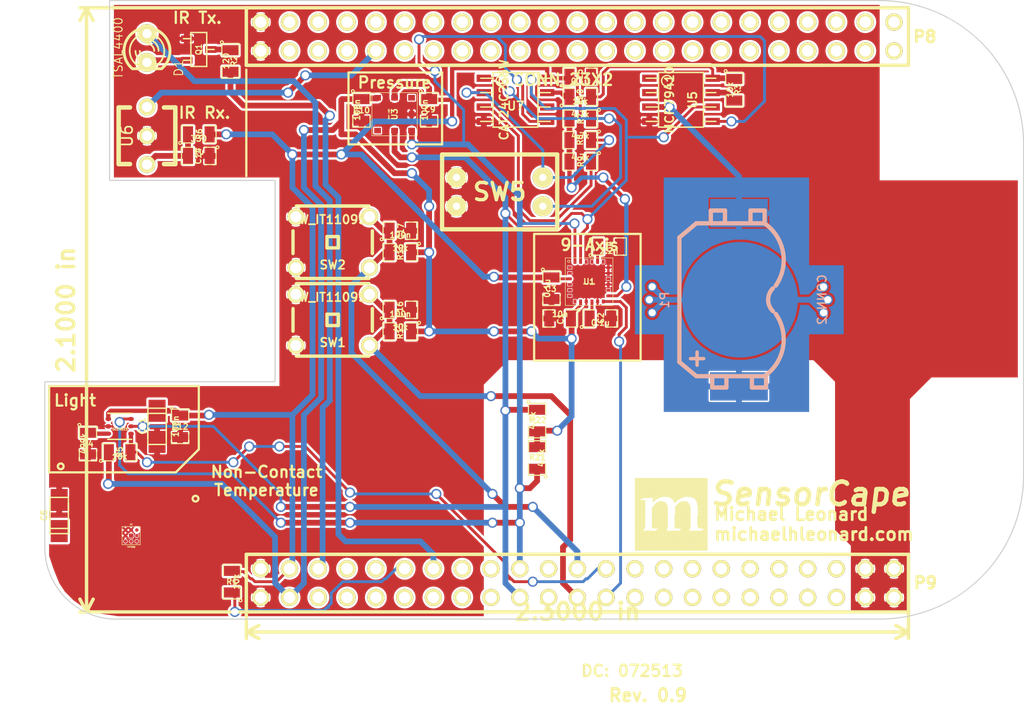
<source format=kicad_pcb>
(kicad_pcb (version 3) (host pcbnew "(2013-may-18)-stable")
  (title_block (title "BeagleBone Black SensorCape") (rev 0.2) (company "Michael Leonard"))
  (layers (15 F.Cu signal) (0 B.Cu signal) (18 B.Paste user) (19 F.Paste user) (20 B.SilkS user) (21 F.SilkS user) (22 B.Mask user) (23 F.Mask user) (28 Edge.Cuts user))
  (net 0 "")
  (net 1 +3.3V)
  (net 2 +5V)
  (net 3 3V3)
  (net 4 DGND)
  (net 5 I2C_SCL_2)
  (net 6 I2C_SDA_2)
  (net 7 INT_LT)
  (net 8 INT_M)
  (net 9 INT_T)
  (net 10 IR)
  (net 11 IR_PWM)
  (net 12 N-0000011)
  (net 13 N-0000012)
  (net 14 N-0000015)
  (net 15 N-0000017)
  (net 16 N-0000018)
  (net 17 N-0000022)
  (net 18 N-0000023)
  (net 19 N-0000024)
  (net 20 N-0000027)
  (net 21 N-0000030)
  (net 22 N-0000031)
  (net 23 N-0000038)
  (net 24 N-0000039)
  (net 25 N-0000040)
  (net 26 SW1)
  (net 27 SW2)
  (module TSOP_3 (layer F.Cu) (at 25.019 27.686 270)
    (fp_text reference U6 (at 0.0046 1.7682 270) (layer F.SilkS))
    (fp_text value TSOP38238 hide)
    (pad 1 thru_hole circle (at -2.54 0 270) (size 1.5 1.5) (drill 0.9) (layers *.Cu *.Mask F.SilkS) (net 10 IR))
    (pad 2 thru_hole circle (at 0 0 270) (size 1.5 1.5) (drill 0.9) (layers *.Cu *.Mask F.SilkS) (net 4 DGND))
    (pad 3 thru_hole circle (at 2.54 0 270) (size 1.5 1.5) (drill 0.9) (layers *.Cu *.Mask F.SilkS) (net 25 N-0000040))
  )
  (module so-8 (layer F.Cu) (at 57.531 24.511 270)
    (fp_text reference U7 (at 0.54152 -0.01818 360) (layer F.SilkS) (effects (font (size 0.7493 0.7493) (thickness 0.14986))))
    (fp_text value CAT24C256W (at 0 1.016 270) (layer F.SilkS) (effects (font (size 0.7493 0.7493) (thickness 0.14986))))
    (pad 1 smd rect (at -1.905 2.794 270) (size 0.635 1.27) (layers F.Cu F.Paste F.Mask) (net 24 N-0000039))
    (pad 2 smd rect (at -0.635 2.794 270) (size 0.635 1.27) (layers F.Cu F.Paste F.Mask) (net 23 N-0000038))
    (pad 3 smd rect (at 0.635 2.794 270) (size 0.635 1.27) (layers F.Cu F.Paste F.Mask) (net 12 N-0000011))
    (pad 4 smd rect (at 1.905 2.794 270) (size 0.635 1.27) (layers F.Cu F.Paste F.Mask) (net 4 DGND))
    (pad 5 smd rect (at 1.905 -2.794 270) (size 0.635 1.27) (layers F.Cu F.Paste F.Mask) (net 6 I2C_SDA_2))
    (pad 6 smd rect (at 0.635 -2.794 270) (size 0.635 1.27) (layers F.Cu F.Paste F.Mask) (net 5 I2C_SCL_2))
    (pad 7 smd rect (at -0.635 -2.794 270) (size 0.635 1.27) (layers F.Cu F.Paste F.Mask) (net 14 N-0000015))
    (pad 8 smd rect (at -1.905 -2.794 270) (size 0.635 1.27) (layers F.Cu F.Paste F.Mask) (net 3 3V3))
  )
  (module SM0805 (layer F.Cu) (at 63.246 29.972 180)
    (fp_text reference R9 (at -0.0508 0.0127 270) (layer F.SilkS) (effects (font (size 0.50038 0.50038) (thickness 0.10922))))
    (fp_text value 4.7k (at 0 0.381 180) (layer F.SilkS) (effects (font (size 0.50038 0.50038) (thickness 0.10922))))
    (pad 1 smd rect (at -0.9525 0 180) (size 0.889 1.397) (layers F.Cu F.Paste F.Mask) (net 12 N-0000011))
    (pad 2 smd rect (at 0.9525 0 180) (size 0.889 1.397) (layers F.Cu F.Paste F.Mask) (net 3 3V3))
  )
  (module SM0805 (layer F.Cu) (at 63.246 28.067 180)
    (fp_text reference R8 (at 0.0254 0.0254 270) (layer F.SilkS) (effects (font (size 0.50038 0.50038) (thickness 0.10922))))
    (fp_text value 4.7k (at 0 0.381 180) (layer F.SilkS) (effects (font (size 0.50038 0.50038) (thickness 0.10922))))
    (pad 1 smd rect (at -0.9525 0 180) (size 0.889 1.397) (layers F.Cu F.Paste F.Mask) (net 23 N-0000038))
    (pad 2 smd rect (at 0.9525 0 180) (size 0.889 1.397) (layers F.Cu F.Paste F.Mask) (net 3 3V3))
  )
  (module SM0805 (layer F.Cu) (at 63.246 26.162 180)
    (fp_text reference R7 (at -0.0427 -0.0176 270) (layer F.SilkS) (effects (font (size 0.50038 0.50038) (thickness 0.10922))))
    (fp_text value 4.7k (at 0 0.381 180) (layer F.SilkS) (effects (font (size 0.50038 0.50038) (thickness 0.10922))))
    (pad 1 smd rect (at -0.9525 0 180) (size 0.889 1.397) (layers F.Cu F.Paste F.Mask) (net 24 N-0000039))
    (pad 2 smd rect (at 0.9525 0 180) (size 0.889 1.397) (layers F.Cu F.Paste F.Mask) (net 3 3V3))
  )
  (module SM0805 (layer F.Cu) (at 63.246 24.257)
    (fp_text reference R10 (at -0.0137 -0.0069 90) (layer F.SilkS) (effects (font (size 0.50038 0.50038) (thickness 0.10922))))
    (fp_text value 10k (at 0 0.381) (layer F.SilkS) (effects (font (size 0.50038 0.50038) (thickness 0.10922))))
    (pad 1 smd rect (at -0.9525 0) (size 0.889 1.397) (layers F.Cu F.Paste F.Mask) (net 14 N-0000015))
    (pad 2 smd rect (at 0.9525 0) (size 0.889 1.397) (layers F.Cu F.Paste F.Mask) (net 3 3V3))
  )
  (module SM0805 (layer F.Cu) (at 63.246 22.479)
    (fp_text reference C15 (at -0.04778 0.02868 90) (layer F.SilkS) (effects (font (size 0.50038 0.50038) (thickness 0.10922))))
    (fp_text value 0.1u (at 0 0.381) (layer F.SilkS) (effects (font (size 0.50038 0.50038) (thickness 0.10922))))
    (pad 1 smd rect (at -0.9525 0) (size 0.889 1.397) (layers F.Cu F.Paste F.Mask) (net 3 3V3))
    (pad 2 smd rect (at 0.9525 0) (size 0.889 1.397) (layers F.Cu F.Paste F.Mask) (net 4 DGND))
  )
  (module SM0805 (layer F.Cu) (at 47.371 43.053)
    (fp_text reference C16 (at -0.0321 -0.0302 90) (layer F.SilkS) (effects (font (size 0.50038 0.50038) (thickness 0.10922))))
    (fp_text value 100n (at 0 0.381) (layer F.SilkS) (effects (font (size 0.50038 0.50038) (thickness 0.10922))))
    (pad 1 smd rect (at -0.9525 0) (size 0.889 1.397) (layers F.Cu F.Paste F.Mask) (net 26 SW1))
    (pad 2 smd rect (at 0.9525 0) (size 0.889 1.397) (layers F.Cu F.Paste F.Mask) (net 4 DGND))
  )
  (module SM0805 (layer F.Cu) (at 47.371 44.958 180)
    (fp_text reference R15 (at 0.0282 0.0347 270) (layer F.SilkS) (effects (font (size 0.50038 0.50038) (thickness 0.10922))))
    (fp_text value 10k (at 0 0.381 180) (layer F.SilkS) (effects (font (size 0.50038 0.50038) (thickness 0.10922))))
    (pad 1 smd rect (at -0.9525 0 180) (size 0.889 1.397) (layers F.Cu F.Paste F.Mask) (net 1 +3.3V))
    (pad 2 smd rect (at 0.9525 0 180) (size 0.889 1.397) (layers F.Cu F.Paste F.Mask) (net 26 SW1))
  )
  (module SM0805 (layer F.Cu) (at 47.371 36.068)
    (fp_text reference C17 (at 0.0459 0.0548 90) (layer F.SilkS) (effects (font (size 0.50038 0.50038) (thickness 0.10922))))
    (fp_text value 100n (at 0 0.381) (layer F.SilkS) (effects (font (size 0.50038 0.50038) (thickness 0.10922))))
    (pad 1 smd rect (at -0.9525 0) (size 0.889 1.397) (layers F.Cu F.Paste F.Mask) (net 27 SW2))
    (pad 2 smd rect (at 0.9525 0) (size 0.889 1.397) (layers F.Cu F.Paste F.Mask) (net 4 DGND))
  )
  (module SM0805 (layer F.Cu) (at 47.371 37.973 180)
    (fp_text reference R16 (at 0.0155 0.0262 270) (layer F.SilkS) (effects (font (size 0.50038 0.50038) (thickness 0.10922))))
    (fp_text value 10k (at 0 0.381 180) (layer F.SilkS) (effects (font (size 0.50038 0.50038) (thickness 0.10922))))
    (pad 1 smd rect (at -0.9525 0 180) (size 0.889 1.397) (layers F.Cu F.Paste F.Mask) (net 1 +3.3V))
    (pad 2 smd rect (at 0.9525 0 180) (size 0.889 1.397) (layers F.Cu F.Paste F.Mask) (net 27 SW2))
  )
  (module SM0805 (layer F.Cu) (at 60.706 41.148 270)
    (fp_text reference C3 (at 0.0512 0.0548 360) (layer F.SilkS) (effects (font (size 0.50038 0.50038) (thickness 0.10922))))
    (fp_text value 0.1u (at 0 0.381 270) (layer F.SilkS) (effects (font (size 0.50038 0.50038) (thickness 0.10922))))
    (pad 1 smd rect (at -0.9525 0 270) (size 0.889 1.397) (layers F.Cu F.Paste F.Mask) (net 3 3V3))
    (pad 2 smd rect (at 0.9525 0 270) (size 0.889 1.397) (layers F.Cu F.Paste F.Mask) (net 4 DGND))
  )
  (module SM0805 (layer F.Cu) (at 65.024 43.815)
    (fp_text reference C2 (at 0.0456 -0.0316 90) (layer F.SilkS) (effects (font (size 0.50038 0.50038) (thickness 0.10922))))
    (fp_text value 0.1u (at 0 0.381) (layer F.SilkS) (effects (font (size 0.50038 0.50038) (thickness 0.10922))))
    (pad 1 smd rect (at -0.9525 0) (size 0.889 1.397) (layers F.Cu F.Paste F.Mask) (net 22 N-0000031))
    (pad 2 smd rect (at 0.9525 0) (size 0.889 1.397) (layers F.Cu F.Paste F.Mask) (net 4 DGND))
  )
  (module SM0805 (layer F.Cu) (at 61.468 43.815 180)
    (fp_text reference C1 (at -0.0431 -0.03652 270) (layer F.SilkS) (effects (font (size 0.50038 0.50038) (thickness 0.10922))))
    (fp_text value 10n (at 0 0.381 180) (layer F.SilkS) (effects (font (size 0.50038 0.50038) (thickness 0.10922))))
    (pad 1 smd rect (at -0.9525 0 180) (size 0.889 1.397) (layers F.Cu F.Paste F.Mask) (net 1 +3.3V))
    (pad 2 smd rect (at 0.9525 0 180) (size 0.889 1.397) (layers F.Cu F.Paste F.Mask) (net 4 DGND))
  )
  (module SM0805 (layer F.Cu) (at 65.786 37.465)
    (fp_text reference C4 (at 0.0421 0.0167 90) (layer F.SilkS) (effects (font (size 0.50038 0.50038) (thickness 0.10922))))
    (fp_text value 2.2n (at 0 0.381) (layer F.SilkS) (effects (font (size 0.50038 0.50038) (thickness 0.10922))))
    (pad 1 smd rect (at -0.9525 0) (size 0.889 1.397) (layers F.Cu F.Paste F.Mask) (net 21 N-0000030))
    (pad 2 smd rect (at 0.9525 0) (size 0.889 1.397) (layers F.Cu F.Paste F.Mask) (net 4 DGND))
  )
  (module SM0805 (layer F.Cu) (at 32.512 67.056 90)
    (fp_text reference R1 (at 0 0 180) (layer F.SilkS) (effects (font (size 0.50038 0.50038) (thickness 0.10922))))
    (fp_text value 10k (at 0 0.381 90) (layer F.SilkS) (effects (font (size 0.50038 0.50038) (thickness 0.10922))))
    (pad 1 smd rect (at -0.9525 0 90) (size 0.889 1.397) (layers F.Cu F.Paste F.Mask) (net 9 INT_T))
    (pad 2 smd rect (at 0.9525 0 90) (size 0.889 1.397) (layers F.Cu F.Paste F.Mask) (net 3 3V3))
  )
  (module SM0805 (layer F.Cu) (at 59.436 52.832 270)
    (fp_text reference R22 (at -0.0419 -0.0842 360) (layer F.SilkS) (effects (font (size 0.50038 0.50038) (thickness 0.10922))))
    (fp_text value 4.7k (at 0 0.381 270) (layer F.SilkS) (effects (font (size 0.50038 0.50038) (thickness 0.10922))))
    (pad 1 smd rect (at -0.9525 0 270) (size 0.889 1.397) (layers F.Cu F.Paste F.Mask) (net 5 I2C_SCL_2))
    (pad 2 smd rect (at 0.9525 0 270) (size 0.889 1.397) (layers F.Cu F.Paste F.Mask) (net 1 +3.3V))
  )
  (module SM0805 (layer F.Cu) (at 49.911 25.4 270)
    (fp_text reference C9 (at -0.0483 -0.0749 360) (layer F.SilkS) (effects (font (size 0.50038 0.50038) (thickness 0.10922))))
    (fp_text value 100n (at 0 0.381 270) (layer F.SilkS) (effects (font (size 0.50038 0.50038) (thickness 0.10922))))
    (pad 1 smd rect (at -0.9525 0 270) (size 0.889 1.397) (layers F.Cu F.Paste F.Mask) (net 3 3V3))
    (pad 2 smd rect (at 0.9525 0 270) (size 0.889 1.397) (layers F.Cu F.Paste F.Mask) (net 4 DGND))
  )
  (module SM0805 (layer F.Cu) (at 43.942 25.4 270)
    (fp_text reference C10 (at 0.0403 -0.0066 360) (layer F.SilkS) (effects (font (size 0.50038 0.50038) (thickness 0.10922))))
    (fp_text value 100n (at 0 0.381 270) (layer F.SilkS) (effects (font (size 0.50038 0.50038) (thickness 0.10922))))
    (pad 1 smd rect (at -0.9525 0 270) (size 0.889 1.397) (layers F.Cu F.Paste F.Mask) (net 1 +3.3V))
    (pad 2 smd rect (at 0.9525 0 270) (size 0.889 1.397) (layers F.Cu F.Paste F.Mask) (net 4 DGND))
  )
  (module SM0805 (layer F.Cu) (at 59.436 56.134 90)
    (fp_text reference R21 (at 0.0552 0.0226 180) (layer F.SilkS) (effects (font (size 0.50038 0.50038) (thickness 0.10922))))
    (fp_text value 4.7k (at 0 0.381 90) (layer F.SilkS) (effects (font (size 0.50038 0.50038) (thickness 0.10922))))
    (pad 1 smd rect (at -0.9525 0 90) (size 0.889 1.397) (layers F.Cu F.Paste F.Mask) (net 6 I2C_SDA_2))
    (pad 2 smd rect (at 0.9525 0 90) (size 0.889 1.397) (layers F.Cu F.Paste F.Mask) (net 1 +3.3V))
  )
  (module SM0805 (layer F.Cu) (at 19.812 54.864 270)
    (fp_text reference R4 (at 0.0381 0 360) (layer F.SilkS) (effects (font (size 0.50038 0.50038) (thickness 0.10922))))
    (fp_text value 499k (at 0 0.381 270) (layer F.SilkS) (effects (font (size 0.50038 0.50038) (thickness 0.10922))))
    (pad 1 smd rect (at -0.9525 0 270) (size 0.889 1.397) (layers F.Cu F.Paste F.Mask) (net 20 N-0000027))
    (pad 2 smd rect (at 0.9525 0 270) (size 0.889 1.397) (layers F.Cu F.Paste F.Mask) (net 4 DGND))
  )
  (module SM0805 (layer F.Cu) (at 27.94 53.34 270)
    (fp_text reference C12 (at 0.0254 0 360) (layer F.SilkS) (effects (font (size 0.50038 0.50038) (thickness 0.10922))))
    (fp_text value 100n (at 0 0.381 270) (layer F.SilkS) (effects (font (size 0.50038 0.50038) (thickness 0.10922))))
    (pad 1 smd rect (at -0.9525 0 270) (size 0.889 1.397) (layers F.Cu F.Paste F.Mask) (net 3 3V3))
    (pad 2 smd rect (at 0.9525 0 270) (size 0.889 1.397) (layers F.Cu F.Paste F.Mask) (net 4 DGND))
  )
  (module SM0805 (layer F.Cu) (at 22.606 55.626)
    (fp_text reference R5 (at 0.0127 -0.0127 90) (layer F.SilkS) (effects (font (size 0.50038 0.50038) (thickness 0.10922))))
    (fp_text value 10k (at 0 0.381) (layer F.SilkS) (effects (font (size 0.50038 0.50038) (thickness 0.10922))))
    (pad 1 smd rect (at -0.9525 0) (size 0.889 1.397) (layers F.Cu F.Paste F.Mask) (net 1 +3.3V))
    (pad 2 smd rect (at 0.9525 0) (size 0.889 1.397) (layers F.Cu F.Paste F.Mask) (net 7 INT_LT))
  )
  (module SM0805 (layer F.Cu) (at 29.591 29.464 180)
    (fp_text reference C14 (at 0.0508 -0.0127 270) (layer F.SilkS) (effects (font (size 0.50038 0.50038) (thickness 0.10922))))
    (fp_text value 1u (at 0 0.381 180) (layer F.SilkS) (effects (font (size 0.50038 0.50038) (thickness 0.10922))))
    (pad 1 smd rect (at -0.9525 0 180) (size 0.889 1.397) (layers F.Cu F.Paste F.Mask) (net 4 DGND))
    (pad 2 smd rect (at 0.9525 0 180) (size 0.889 1.397) (layers F.Cu F.Paste F.Mask) (net 25 N-0000040))
  )
  (module SM0805 (layer F.Cu) (at 29.591 27.559)
    (fp_text reference R6 (at 0.0541 -0.0217 90) (layer F.SilkS) (effects (font (size 0.50038 0.50038) (thickness 0.10922))))
    (fp_text value 330 (at 0 0.381) (layer F.SilkS) (effects (font (size 0.50038 0.50038) (thickness 0.10922))))
    (pad 1 smd rect (at -0.9525 0) (size 0.889 1.397) (layers F.Cu F.Paste F.Mask) (net 25 N-0000040))
    (pad 2 smd rect (at 0.9525 0) (size 0.889 1.397) (layers F.Cu F.Paste F.Mask) (net 3 3V3))
  )
  (module PIN_ARRAY_23X2 (layer F.Cu) (at 61.722 18.923)
    (fp_text reference P8 (at 31.9278 0.0127) (layer F.SilkS) (effects (font (size 1.016 1.016) (thickness 0.27432))))
    (fp_text value CONN_23X2 (at 0 3.81) (layer F.SilkS) (effects (font (size 1.016 1.016) (thickness 0.2032))))
    (pad 2 thru_hole circle (at -26.67 -1.27) (size 1.524 1.524) (drill 1.016) (layers *.Cu *.Mask F.SilkS) (net 4 DGND))
    (pad 11 thru_hole circle (at -13.97 1.27) (size 1.524 1.524) (drill 1.016) (layers *.Cu *.Mask F.SilkS))
    (pad 4 thru_hole circle (at -24.13 -1.27) (size 1.524 1.524) (drill 1.016) (layers *.Cu *.Mask F.SilkS))
    (pad 13 thru_hole circle (at -11.43 1.27) (size 1.524 1.524) (drill 1.016) (layers *.Cu *.Mask F.SilkS))
    (pad 6 thru_hole circle (at -21.59 -1.27) (size 1.524 1.524) (drill 1.016) (layers *.Cu *.Mask F.SilkS))
    (pad 15 thru_hole circle (at -8.89 1.27) (size 1.524 1.524) (drill 1.016) (layers *.Cu *.Mask F.SilkS))
    (pad 8 thru_hole circle (at -19.05 -1.27) (size 1.524 1.524) (drill 1.016) (layers *.Cu *.Mask F.SilkS))
    (pad 17 thru_hole circle (at -6.35 1.27) (size 1.524 1.524) (drill 1.016) (layers *.Cu *.Mask F.SilkS))
    (pad 10 thru_hole circle (at -16.51 -1.27) (size 1.524 1.524) (drill 1.016) (layers *.Cu *.Mask F.SilkS))
    (pad 19 thru_hole circle (at -3.81 1.27) (size 1.524 1.524) (drill 1.016) (layers *.Cu *.Mask F.SilkS))
    (pad 12 thru_hole circle (at -13.97 -1.27) (size 1.524 1.524) (drill 1.016) (layers *.Cu *.Mask F.SilkS))
    (pad 21 thru_hole circle (at -1.27 1.27) (size 1.524 1.524) (drill 1.016) (layers *.Cu *.Mask F.SilkS))
    (pad 14 thru_hole circle (at -11.43 -1.27) (size 1.524 1.524) (drill 1.016) (layers *.Cu *.Mask F.SilkS))
    (pad 23 thru_hole circle (at 1.27 1.27) (size 1.524 1.524) (drill 1.016) (layers *.Cu *.Mask F.SilkS))
    (pad 16 thru_hole circle (at -8.89 -1.27) (size 1.524 1.524) (drill 1.016) (layers *.Cu *.Mask F.SilkS))
    (pad 25 thru_hole circle (at 3.81 1.27) (size 1.524 1.524) (drill 1.016) (layers *.Cu *.Mask F.SilkS))
    (pad 18 thru_hole circle (at -6.35 -1.27) (size 1.524 1.524) (drill 1.016) (layers *.Cu *.Mask F.SilkS))
    (pad 27 thru_hole circle (at 6.35 1.27) (size 1.524 1.524) (drill 1.016) (layers *.Cu *.Mask F.SilkS))
    (pad 20 thru_hole circle (at -3.81 -1.27) (size 1.524 1.524) (drill 1.016) (layers *.Cu *.Mask F.SilkS))
    (pad 29 thru_hole circle (at 8.89 1.27) (size 1.524 1.524) (drill 1.016) (layers *.Cu *.Mask F.SilkS))
    (pad 22 thru_hole circle (at -1.27 -1.27) (size 1.524 1.524) (drill 1.016) (layers *.Cu *.Mask F.SilkS))
    (pad 31 thru_hole circle (at 11.43 1.27) (size 1.524 1.524) (drill 1.016) (layers *.Cu *.Mask F.SilkS))
    (pad 24 thru_hole circle (at 1.27 -1.27) (size 1.524 1.524) (drill 1.016) (layers *.Cu *.Mask F.SilkS))
    (pad 26 thru_hole circle (at 3.81 -1.27) (size 1.524 1.524) (drill 1.016) (layers *.Cu *.Mask F.SilkS))
    (pad 33 thru_hole circle (at 13.97 1.27) (size 1.524 1.524) (drill 1.016) (layers *.Cu *.Mask F.SilkS))
    (pad 28 thru_hole circle (at 6.35 -1.27) (size 1.524 1.524) (drill 1.016) (layers *.Cu *.Mask F.SilkS))
    (pad 32 thru_hole circle (at 11.43 -1.27) (size 1.524 1.524) (drill 1.016) (layers *.Cu *.Mask F.SilkS))
    (pad 34 thru_hole circle (at 13.97 -1.27) (size 1.524 1.524) (drill 1.016) (layers *.Cu *.Mask F.SilkS))
    (pad 36 thru_hole circle (at 16.51 -1.27) (size 1.524 1.524) (drill 1.016) (layers *.Cu *.Mask F.SilkS))
    (pad 38 thru_hole circle (at 19.05 -1.27) (size 1.524 1.524) (drill 1.016) (layers *.Cu *.Mask F.SilkS))
    (pad 35 thru_hole circle (at 16.51 1.27) (size 1.524 1.524) (drill 1.016) (layers *.Cu *.Mask F.SilkS))
    (pad 37 thru_hole circle (at 19.05 1.27) (size 1.524 1.524) (drill 1.016) (layers *.Cu *.Mask F.SilkS))
    (pad 3 thru_hole circle (at -24.13 1.27) (size 1.524 1.524) (drill 1.016) (layers *.Cu *.Mask F.SilkS))
    (pad 5 thru_hole circle (at -21.59 1.27) (size 1.524 1.524) (drill 1.016) (layers *.Cu *.Mask F.SilkS))
    (pad 7 thru_hole circle (at -19.05 1.27) (size 1.524 1.524) (drill 1.016) (layers *.Cu *.Mask F.SilkS))
    (pad 9 thru_hole circle (at -16.51 1.27) (size 1.524 1.524) (drill 1.016) (layers *.Cu *.Mask F.SilkS) (net 10 IR))
    (pad 39 thru_hole circle (at 21.59 1.27) (size 1.524 1.524) (drill 1.016) (layers *.Cu *.Mask F.SilkS))
    (pad 40 thru_hole circle (at 21.59 -1.27) (size 1.524 1.524) (drill 1.016) (layers *.Cu *.Mask F.SilkS))
    (pad 30 thru_hole circle (at 8.89 -1.27) (size 1.524 1.524) (drill 1.016) (layers *.Cu *.Mask F.SilkS))
    (pad 41 thru_hole circle (at 24.13 1.27) (size 1.524 1.524) (drill 1.016) (layers *.Cu *.Mask F.SilkS))
    (pad 42 thru_hole circle (at 24.13 -1.27) (size 1.524 1.524) (drill 1.016) (layers *.Cu *.Mask F.SilkS))
    (pad 43 thru_hole circle (at 26.67 1.27) (size 1.524 1.524) (drill 1.016) (layers *.Cu *.Mask F.SilkS))
    (pad 44 thru_hole circle (at 26.67 -1.27) (size 1.524 1.524) (drill 1.016) (layers *.Cu *.Mask F.SilkS))
    (pad 45 thru_hole circle (at 29.21 1.27) (size 1.524 1.524) (drill 1.016) (layers *.Cu *.Mask F.SilkS))
    (pad 46 thru_hole circle (at 29.21 -1.27) (size 1.524 1.524) (drill 1.016) (layers *.Cu *.Mask F.SilkS))
    (pad 1 thru_hole circle (at -26.67 1.27) (size 1.5 1.5) (drill 1.02) (layers *.Cu *.Mask F.SilkS) (net 4 DGND))
  )
  (module PIN_ARRAY_23X2 (layer F.Cu) (at 61.722 67.183)
    (fp_text reference P9 (at 31.9786 -0.0254) (layer F.SilkS) (effects (font (size 1.016 1.016) (thickness 0.27432))))
    (fp_text value CONN_23X2 hide)
    (pad 2 thru_hole circle (at -26.67 -1.27) (size 1.524 1.524) (drill 1.016) (layers *.Cu *.Mask F.SilkS) (net 4 DGND))
    (pad 11 thru_hole circle (at -13.97 1.27) (size 1.524 1.524) (drill 1.016) (layers *.Cu *.Mask F.SilkS))
    (pad 4 thru_hole circle (at -24.13 -1.27) (size 1.524 1.524) (drill 1.016) (layers *.Cu *.Mask F.SilkS) (net 3 3V3))
    (pad 13 thru_hole circle (at -11.43 1.27) (size 1.524 1.524) (drill 1.016) (layers *.Cu *.Mask F.SilkS))
    (pad 6 thru_hole circle (at -21.59 -1.27) (size 1.524 1.524) (drill 1.016) (layers *.Cu *.Mask F.SilkS) (net 2 +5V))
    (pad 15 thru_hole circle (at -8.89 1.27) (size 1.524 1.524) (drill 1.016) (layers *.Cu *.Mask F.SilkS))
    (pad 8 thru_hole circle (at -19.05 -1.27) (size 1.524 1.524) (drill 1.016) (layers *.Cu *.Mask F.SilkS))
    (pad 17 thru_hole circle (at -6.35 1.27) (size 1.524 1.524) (drill 1.016) (layers *.Cu *.Mask F.SilkS))
    (pad 10 thru_hole circle (at -16.51 -1.27) (size 1.524 1.524) (drill 1.016) (layers *.Cu *.Mask F.SilkS))
    (pad 19 thru_hole circle (at -3.81 1.27) (size 1.524 1.524) (drill 1.016) (layers *.Cu *.Mask F.SilkS) (net 5 I2C_SCL_2))
    (pad 12 thru_hole circle (at -13.97 -1.27) (size 1.524 1.524) (drill 1.016) (layers *.Cu *.Mask F.SilkS) (net 9 INT_T))
    (pad 21 thru_hole circle (at -1.27 1.27) (size 1.524 1.524) (drill 1.016) (layers *.Cu *.Mask F.SilkS))
    (pad 14 thru_hole circle (at -11.43 -1.27) (size 1.524 1.524) (drill 1.016) (layers *.Cu *.Mask F.SilkS) (net 11 IR_PWM))
    (pad 23 thru_hole circle (at 1.27 1.27) (size 1.524 1.524) (drill 1.016) (layers *.Cu *.Mask F.SilkS) (net 26 SW1))
    (pad 16 thru_hole circle (at -8.89 -1.27) (size 1.524 1.524) (drill 1.016) (layers *.Cu *.Mask F.SilkS))
    (pad 25 thru_hole circle (at 3.81 1.27) (size 1.524 1.524) (drill 1.016) (layers *.Cu *.Mask F.SilkS) (net 8 INT_M))
    (pad 18 thru_hole circle (at -6.35 -1.27) (size 1.524 1.524) (drill 1.016) (layers *.Cu *.Mask F.SilkS))
    (pad 27 thru_hole circle (at 6.35 1.27) (size 1.524 1.524) (drill 1.016) (layers *.Cu *.Mask F.SilkS))
    (pad 20 thru_hole circle (at -3.81 -1.27) (size 1.524 1.524) (drill 1.016) (layers *.Cu *.Mask F.SilkS) (net 6 I2C_SDA_2))
    (pad 29 thru_hole circle (at 8.89 1.27) (size 1.524 1.524) (drill 1.016) (layers *.Cu *.Mask F.SilkS))
    (pad 22 thru_hole circle (at -1.27 -1.27) (size 1.524 1.524) (drill 1.016) (layers *.Cu *.Mask F.SilkS))
    (pad 31 thru_hole circle (at 11.43 1.27) (size 1.524 1.524) (drill 1.016) (layers *.Cu *.Mask F.SilkS))
    (pad 24 thru_hole circle (at 1.27 -1.27) (size 1.524 1.524) (drill 1.016) (layers *.Cu *.Mask F.SilkS) (net 27 SW2))
    (pad 26 thru_hole circle (at 3.81 -1.27) (size 1.524 1.524) (drill 1.016) (layers *.Cu *.Mask F.SilkS) (net 7 INT_LT))
    (pad 33 thru_hole circle (at 13.97 1.27) (size 1.524 1.524) (drill 1.016) (layers *.Cu *.Mask F.SilkS))
    (pad 28 thru_hole circle (at 6.35 -1.27) (size 1.524 1.524) (drill 1.016) (layers *.Cu *.Mask F.SilkS))
    (pad 32 thru_hole circle (at 11.43 -1.27) (size 1.524 1.524) (drill 1.016) (layers *.Cu *.Mask F.SilkS))
    (pad 34 thru_hole circle (at 13.97 -1.27) (size 1.524 1.524) (drill 1.016) (layers *.Cu *.Mask F.SilkS))
    (pad 36 thru_hole circle (at 16.51 -1.27) (size 1.524 1.524) (drill 1.016) (layers *.Cu *.Mask F.SilkS))
    (pad 38 thru_hole circle (at 19.05 -1.27) (size 1.524 1.524) (drill 1.016) (layers *.Cu *.Mask F.SilkS))
    (pad 35 thru_hole circle (at 16.51 1.27) (size 1.524 1.524) (drill 1.016) (layers *.Cu *.Mask F.SilkS))
    (pad 37 thru_hole circle (at 19.05 1.27) (size 1.524 1.524) (drill 1.016) (layers *.Cu *.Mask F.SilkS))
    (pad 3 thru_hole circle (at -24.13 1.27) (size 1.524 1.524) (drill 1.016) (layers *.Cu *.Mask F.SilkS) (net 1 +3.3V))
    (pad 5 thru_hole circle (at -21.59 1.27) (size 1.524 1.524) (drill 1.016) (layers *.Cu *.Mask F.SilkS))
    (pad 7 thru_hole circle (at -19.05 1.27) (size 1.524 1.524) (drill 1.016) (layers *.Cu *.Mask F.SilkS))
    (pad 9 thru_hole circle (at -16.51 1.27) (size 1.524 1.524) (drill 1.016) (layers *.Cu *.Mask F.SilkS))
    (pad 39 thru_hole circle (at 21.59 1.27) (size 1.524 1.524) (drill 1.016) (layers *.Cu *.Mask F.SilkS))
    (pad 40 thru_hole circle (at 21.59 -1.27) (size 1.524 1.524) (drill 1.016) (layers *.Cu *.Mask F.SilkS))
    (pad 30 thru_hole circle (at 8.89 -1.27) (size 1.524 1.524) (drill 1.016) (layers *.Cu *.Mask F.SilkS))
    (pad 41 thru_hole circle (at 24.13 1.27) (size 1.524 1.524) (drill 1.016) (layers *.Cu *.Mask F.SilkS))
    (pad 42 thru_hole circle (at 24.13 -1.27) (size 1.524 1.524) (drill 1.016) (layers *.Cu *.Mask F.SilkS))
    (pad 43 thru_hole circle (at 26.67 1.27) (size 1.524 1.524) (drill 1.016) (layers *.Cu *.Mask F.SilkS) (net 4 DGND))
    (pad 44 thru_hole circle (at 26.67 -1.27) (size 1.524 1.524) (drill 1.016) (layers *.Cu *.Mask F.SilkS) (net 4 DGND))
    (pad 45 thru_hole circle (at 29.21 1.27) (size 1.524 1.524) (drill 1.016) (layers *.Cu *.Mask F.SilkS) (net 4 DGND))
    (pad 46 thru_hole circle (at 29.21 -1.27) (size 1.524 1.524) (drill 1.016) (layers *.Cu *.Mask F.SilkS) (net 4 DGND))
    (pad 1 thru_hole circle (at -26.67 1.27) (size 1.5 1.5) (drill 1.02) (layers *.Cu *.Mask F.SilkS) (net 4 DGND))
  )
  (module LGA_24_4x4 (layer F.Cu) (at 64.0264 40.5694)
    (fp_text reference U1 (at -0.00016 -0.00184) (layer F.SilkS) (effects (font (size 0.50038 0.50038) (thickness 0.10922))))
    (fp_text value MPU-9150 (at 0 0.2) (layer F.SilkS) (effects (font (size 0.127 0.127) (thickness 0.03175))))
    (pad 24 smd rect (at -1.25 -1.75 90) (size 0.35 0.25) (layers F.Cu F.Paste F.Mask) (net 6 I2C_SDA_2) (clearance 0.05))
    (pad 23 smd rect (at -0.75 -1.75 90) (size 0.35 0.25) (layers F.Cu F.Paste F.Mask) (net 5 I2C_SCL_2) (clearance 0.05))
    (pad 22 smd rect (at -0.25 -1.75 90) (size 0.35 0.25) (layers F.Cu F.Paste F.Mask) (clearance 0.05))
    (pad 21 smd rect (at 0.25 -1.75 90) (size 0.35 0.25) (layers F.Cu F.Paste F.Mask) (clearance 0.05))
    (pad 20 smd rect (at 0.75 -1.75 90) (size 0.35 0.25) (layers F.Cu F.Paste F.Mask) (net 21 N-0000030) (clearance 0.05))
    (pad 19 smd rect (at 1.25 -1.75 90) (size 0.35 0.25) (layers F.Cu F.Paste F.Mask) (clearance 0.05))
    (pad 18 smd rect (at 1.7 -1.25) (size 0.35 0.25) (layers F.Cu F.Paste F.Mask) (net 4 DGND) (clearance 0.05))
    (pad 17 smd rect (at 1.7 -0.75) (size 0.35 0.25) (layers F.Cu F.Paste F.Mask) (net 4 DGND) (clearance 0.05))
    (pad 16 smd rect (at 1.7 -0.25) (size 0.35 0.25) (layers F.Cu F.Paste F.Mask) (clearance 0.05))
    (pad 15 smd rect (at 1.7 0.25) (size 0.35 0.25) (layers F.Cu F.Paste F.Mask) (net 4 DGND) (clearance 0.05))
    (pad 14 smd rect (at 1.7 0.75) (size 0.35 0.25) (layers F.Cu F.Paste F.Mask) (clearance 0.05))
    (pad 13 smd rect (at 1.7 1.25) (size 0.35 0.25) (layers F.Cu F.Paste F.Mask) (net 3 3V3) (clearance 0.05))
    (pad 12 smd rect (at 1.25 1.75 90) (size 0.35 0.25) (layers F.Cu F.Paste F.Mask) (net 8 INT_M) (clearance 0.05))
    (pad 11 smd rect (at 0.75 1.75 90) (size 0.35 0.25) (layers F.Cu F.Paste F.Mask) (net 4 DGND) (clearance 0.05))
    (pad 10 smd rect (at 0.25 1.75 90) (size 0.35 0.25) (layers F.Cu F.Paste F.Mask) (net 22 N-0000031) (clearance 0.05))
    (pad 9 smd rect (at -0.25 1.75 90) (size 0.35 0.25) (layers F.Cu F.Paste F.Mask) (net 4 DGND) (clearance 0.05))
    (pad 8 smd rect (at -0.75 1.75 90) (size 0.35 0.25) (layers F.Cu F.Paste F.Mask) (net 1 +3.3V) (clearance 0.05))
    (pad 4 smd rect (at -1.7 0.25) (size 0.35 0.25) (layers F.Cu F.Paste F.Mask) (clearance 0.05))
    (pad 3 smd rect (at -1.7 -0.25) (size 0.35 0.25) (layers F.Cu F.Paste F.Mask) (net 3 3V3) (clearance 0.05))
    (pad 2 smd rect (at -1.7 -0.75) (size 0.35 0.25) (layers F.Cu F.Paste F.Mask) (clearance 0.05))
    (pad 1 smd rect (at -1.7 -1.25) (size 0.35 0.25) (layers F.Cu F.Paste F.Mask) (clearance 0.05))
    (pad 5 smd rect (at -1.7 0.75) (size 0.35 0.25) (layers F.Cu F.Paste F.Mask) (clearance 0.05))
    (pad 6 smd rect (at -1.7 1.25) (size 0.35 0.25) (layers F.Cu F.Paste F.Mask) (clearance 0.05))
    (pad 7 smd rect (at -1.25 1.75 90) (size 0.35 0.25) (layers F.Cu F.Paste F.Mask) (clearance 0.05))
  )
  (module DIPS-DS02 (layer F.Cu) (at 56.134 32.639 90)
    (fp_text reference SW5 (at 0 0 180) (layer F.SilkS) (effects (font (size 1.524 1.524) (thickness 0.3048))))
    (fp_text value DIPS_02 hide)
    (pad 1 thru_hole circle (at -1.27 3.81 90) (size 1.778 1.778) (drill 0.635) (layers *.Cu *.Mask F.SilkS) (net 24 N-0000039))
    (pad 2 thru_hole circle (at 1.27 3.81 90) (size 1.778 1.778) (drill 0.635) (layers *.Cu *.Mask F.SilkS) (net 23 N-0000038))
    (pad 3 thru_hole circle (at 1.27 -3.81 90) (size 1.778 1.778) (drill 0.635) (layers *.Cu *.Mask F.SilkS) (net 4 DGND))
    (pad 4 thru_hole circle (at -1.27 -3.81 90) (size 1.778 1.778) (drill 0.635) (layers *.Cu *.Mask F.SilkS) (net 4 DGND))
  )
  (module BMP180 (layer F.Cu) (at 46.863 25.781 270)
    (fp_text reference U3 (at 0 0 270) (layer F.SilkS) (effects (font (size 0.50038 0.50038) (thickness 0.10922))))
    (fp_text value BMP-180 (at 0 0.5 270) (layer F.SilkS) (effects (font (size 0.127 0.127) (thickness 0.03175))))
    (pad 1 smd rect (at -1.45 -1.5 270) (size 0.5 0.6) (layers F.Cu F.Paste F.Mask) (clearance 0.1))
    (pad 2 smd rect (at -1.45 0 270) (size 0.5 0.6) (layers F.Cu F.Paste F.Mask) (net 3 3V3) (clearance 0.1))
    (pad 3 smd rect (at -1.45 1.5 270) (size 0.5 0.6) (layers F.Cu F.Paste F.Mask) (net 1 +3.3V) (clearance 0.1))
    (pad 6 smd rect (at 1.45 -1.5 270) (size 0.5 0.6) (layers F.Cu F.Paste F.Mask) (net 6 I2C_SDA_2) (clearance 0.1))
    (pad 5 smd rect (at 1.45 0 270) (size 0.5 0.6) (layers F.Cu F.Paste F.Mask) (net 5 I2C_SCL_2) (clearance 0.1))
    (pad 4 smd rect (at 1.45 1.5 270) (size 0.5 0.6) (layers F.Cu F.Paste F.Mask) (clearance 0.1))
    (pad 7 smd rect (at 0 -1.5) (size 0.5 0.6) (layers F.Cu F.Paste F.Mask) (net 4 DGND) (clearance 0.1))
  )
  (module c_tant_A (layer F.Cu) (at 17.272 61.214 270)
    (fp_text reference C5 (at -0.0127 1.3335 270) (layer F.SilkS) (effects (font (size 0.50038 0.50038) (thickness 0.11938))))
    (fp_text value 2.2u hide)
    (pad 1 smd rect (at 1.37414 0 270) (size 1.95072 1.50114) (layers F.Cu F.Paste F.Mask) (net 3 3V3))
    (pad 2 smd rect (at -1.37414 0 270) (size 1.95072 1.50114) (layers F.Cu F.Paste F.Mask) (net 4 DGND))
  )
  (module c_tant_A (layer F.Cu) (at 25.908 53.34 90)
    (fp_text reference C11 (at 0.0254 -1.2954 90) (layer F.SilkS) (effects (font (size 0.50038 0.50038) (thickness 0.11938))))
    (fp_text value 1u hide)
    (pad 1 smd rect (at 1.37414 0 90) (size 1.95072 1.50114) (layers F.Cu F.Paste F.Mask) (net 3 3V3))
    (pad 2 smd rect (at -1.37414 0 90) (size 1.95072 1.50114) (layers F.Cu F.Paste F.Mask) (net 4 DGND))
  )
  (module ODFN_6 (layer F.Cu) (at 22.606 53.34)
    (fp_text reference U4 (at -0.05 -0.25) (layer F.SilkS) (effects (font (size 0.2 0.2) (thickness 0.05))))
    (fp_text value ISL29023 (at 0 0.25) (layer F.SilkS) (effects (font (size 0.2 0.2) (thickness 0.05))))
    (pad 4 smd oval (at 1 0.65 90) (size 0.35 0.5) (layers F.Cu F.Paste F.Mask) (net 7 INT_LT) (clearance 0.1))
    (pad 6 smd oval (at 1 -0.65 90) (size 0.35 0.5) (layers F.Cu F.Paste F.Mask) (net 6 I2C_SDA_2) (clearance 0.1))
    (pad 1 smd oval (at -1 -0.65 90) (size 0.35 0.5) (layers F.Cu F.Paste F.Mask) (net 3 3V3) (clearance 0.1))
    (pad 2 smd oval (at -1 0 90) (size 0.35 0.5) (layers F.Cu F.Paste F.Mask) (net 4 DGND) (clearance 0.1))
    (pad 3 smd oval (at -1 0.65 90) (size 0.35 0.5) (layers F.Cu F.Paste F.Mask) (net 20 N-0000027) (clearance 0.1))
    (pad 5 smd oval (at 1 0 90) (size 0.35 0.5) (layers F.Cu F.Paste F.Mask) (net 5 I2C_SCL_2) (clearance 0.1))
  )
  (module FSM4JH (layer F.Cu) (at 41.402 43.942 180)
    (fp_text reference SW1 (at 0 -2 180) (layer F.SilkS) (effects (font (size 0.75 0.75))))
    (fp_text value SW_IT11095S (at 0 2 180) (layer F.SilkS) (effects (font (size 0.75 0.75))))
    (pad 4 thru_hole circle (at -3.25 2.25 180) (size 1.5 1.5) (drill 0.99) (layers *.Cu *.Mask F.SilkS) (net 26 SW1))
    (pad 2 thru_hole circle (at 3.25 2.25 180) (size 1.5 1.5) (drill 0.99) (layers *.Cu *.Mask F.SilkS) (net 4 DGND))
    (pad 1 thru_hole circle (at 3.25 -2.25 180) (size 1.5 1.5) (drill 0.99) (layers *.Cu *.Mask F.SilkS) (net 4 DGND))
    (pad 3 thru_hole circle (at -3.25 -2.25 180) (size 1.5 1.5) (drill 0.99) (layers *.Cu *.Mask F.SilkS) (net 26 SW1))
  )
  (module FSM4JH (layer F.Cu) (at 41.402 37.084 180)
    (fp_text reference SW2 (at 0 -2 180) (layer F.SilkS) (effects (font (size 0.75 0.75))))
    (fp_text value SW_IT11095S (at 0 2 180) (layer F.SilkS) (effects (font (size 0.75 0.75))))
    (pad 4 thru_hole circle (at -3.25 2.25 180) (size 1.5 1.5) (drill 0.99) (layers *.Cu *.Mask F.SilkS) (net 27 SW2))
    (pad 2 thru_hole circle (at 3.25 2.25 180) (size 1.5 1.5) (drill 0.99) (layers *.Cu *.Mask F.SilkS) (net 4 DGND))
    (pad 1 thru_hole circle (at 3.25 -2.25 180) (size 1.5 1.5) (drill 0.99) (layers *.Cu *.Mask F.SilkS) (net 4 DGND))
    (pad 3 thru_hole circle (at -3.25 -2.25 180) (size 1.5 1.5) (drill 0.99) (layers *.Cu *.Mask F.SilkS) (net 27 SW2))
  )
  (module LOGO (layer F.Cu) (at 68.072 57.912)
    (fp_text reference LOGO hide)
    (fp_text value "" (at 0 0) (layer F.SilkS) (effects (font (size 1.524 1.524))))
  )
  (module BGA_DS_9 (layer F.Cu) (at 23.622 62.992)
    (fp_text reference U2 (at 0 -1) (layer F.SilkS) (effects (font (size 0.127 0.127) (thickness 0.03175))))
    (fp_text value TMP006 (at 0 1) (layer F.SilkS) (effects (font (size 0.127 0.127) (thickness 0.03175))))
    (pad C3 smd circle (at 0.5 0.5) (size 0.3 0.3) (layers F.Cu F.Paste F.Mask) (net 6 I2C_SDA_2) (clearance 0.05))
    (pad C2 smd circle (at 0 0.5) (size 0.3 0.3) (layers F.Cu F.Paste F.Mask) (net 9 INT_T) (clearance 0.05))
    (pad C1 smd circle (at -0.5 0.5) (size 0.3 0.3) (layers F.Cu F.Paste F.Mask) (net 3 3V3) (clearance 0.05))
    (pad B3 smd circle (at 0.5 0) (size 0.3 0.3) (layers F.Cu F.Paste F.Mask) (net 5 I2C_SCL_2) (clearance 0.05))
    (pad B1 smd circle (at -0.5 0) (size 0.3 0.3) (layers F.Cu F.Paste F.Mask) (net 4 DGND) (clearance 0.05))
    (pad A3 smd circle (at 0.5 -0.5) (size 0.3 0.3) (layers F.Cu F.Paste F.Mask) (net 3 3V3) (clearance 0.05))
    (pad A2 smd circle (at 0 -0.5) (size 0.3 0.3) (layers F.Cu F.Paste F.Mask) (net 4 DGND) (clearance 0.05))
    (pad A1 smd circle (at -0.5 -0.5) (size 0.3 0.3) (layers F.Cu F.Paste F.Mask) (net 4 DGND) (clearance 0.05))
    (pad 1 smd rect (at 0 0) (size 0.381 0.381) (layers F.Cu F.Paste F.Mask) (clearance 0.05))
  )
  (module SM0805 (layer F.Cu) (at 32.385 21.082 270)
    (fp_text reference R2 (at 0 -0.3175 270) (layer F.SilkS) (effects (font (size 0.50038 0.50038) (thickness 0.10922))))
    (fp_text value 120 (at 0 0.381 270) (layer F.SilkS) (effects (font (size 0.50038 0.50038) (thickness 0.10922))))
    (pad 1 smd rect (at -0.9525 0 270) (size 0.889 1.397) (layers F.Cu F.Paste F.Mask) (net 13 N-0000012))
    (pad 2 smd rect (at 0.9525 0 270) (size 0.889 1.397) (layers F.Cu F.Paste F.Mask) (net 11 IR_PWM))
  )
  (module LED-3MM (layer F.Cu) (at 25.019 19.939 270)
    (fp_text reference D1 (at 1.778 -2.794 270) (layer F.SilkS) (effects (font (size 0.762 0.762) (thickness 0.0889))))
    (fp_text value TSAL4400 (at 0 2.54 270) (layer F.SilkS) (effects (font (size 0.762 0.762) (thickness 0.0889))))
    (pad 1 thru_hole circle (at -1.27 0 270) (size 1.6764 1.6764) (drill 0.8128) (layers *.Cu *.Mask F.SilkS) (net 2 +5V))
    (pad 2 thru_hole circle (at 1.27 0 270) (size 1.6764 1.6764) (drill 0.8128) (layers *.Cu *.Mask F.SilkS) (net 18 N-0000023))
  )
  (module sot23 (layer F.Cu) (at 29.591 20.066 270)
    (fp_text reference Q1 (at 0 0 270) (layer F.SilkS) (effects (font (size 0.50038 0.50038) (thickness 0.09906))))
    (fp_text value MMBT3904 hide)
    (pad 1 smd rect (at -0.9525 1.05664 270) (size 0.59944 1.00076) (layers F.Cu F.Paste F.Mask) (net 4 DGND))
    (pad 2 smd rect (at 0 -1.05664 270) (size 0.59944 1.00076) (layers F.Cu F.Paste F.Mask) (net 13 N-0000012))
    (pad 3 smd rect (at 0.9525 1.05664 270) (size 0.59944 1.00076) (layers F.Cu F.Paste F.Mask) (net 18 N-0000023))
  )
  (module so-8 (layer F.Cu) (at 72.136 24.511 270)
    (fp_text reference U5 (at 0 -1.016 270) (layer F.SilkS) (effects (font (size 0.7493 0.7493) (thickness 0.14986))))
    (fp_text value MCP79410 (at 0 1.016 270) (layer F.SilkS) (effects (font (size 0.7493 0.7493) (thickness 0.14986))))
    (pad 1 smd rect (at -1.905 2.794 270) (size 0.635 1.27) (layers F.Cu F.Paste F.Mask) (net 15 N-0000017))
    (pad 2 smd rect (at -0.635 2.794 270) (size 0.635 1.27) (layers F.Cu F.Paste F.Mask) (net 16 N-0000018))
    (pad 3 smd rect (at 0.635 2.794 270) (size 0.635 1.27) (layers F.Cu F.Paste F.Mask) (net 17 N-0000022))
    (pad 4 smd rect (at 1.905 2.794 270) (size 0.635 1.27) (layers F.Cu F.Paste F.Mask) (net 4 DGND))
    (pad 5 smd rect (at 1.905 -2.794 270) (size 0.635 1.27) (layers F.Cu F.Paste F.Mask) (net 6 I2C_SDA_2))
    (pad 6 smd rect (at 0.635 -2.794 270) (size 0.635 1.27) (layers F.Cu F.Paste F.Mask) (net 5 I2C_SCL_2))
    (pad 7 smd rect (at -0.635 -2.794 270) (size 0.635 1.27) (layers F.Cu F.Paste F.Mask) (net 19 N-0000024))
    (pad 8 smd rect (at -1.905 -2.794 270) (size 0.635 1.27) (layers F.Cu F.Paste F.Mask) (net 3 3V3))
  )
  (module SM0805 (layer F.Cu) (at 76.835 23.622 270)
    (fp_text reference R3 (at 0 -0.3175 270) (layer F.SilkS) (effects (font (size 0.50038 0.50038) (thickness 0.10922))))
    (fp_text value 10k (at 0 0.381 270) (layer F.SilkS) (effects (font (size 0.50038 0.50038) (thickness 0.10922))))
    (pad 1 smd rect (at -0.9525 0 270) (size 0.889 1.397) (layers F.Cu F.Paste F.Mask) (net 3 3V3))
    (pad 2 smd rect (at 0.9525 0 270) (size 0.889 1.397) (layers F.Cu F.Paste F.Mask) (net 19 N-0000024))
  )
  (module BAT_CR1216 (layer B.Cu) (at 77.343 42.164 270)
    (fp_text reference P1 (at 0.03 6.65 270) (layer B.SilkS) (effects (font (size 0.762 0.762) (thickness 0.127)) (justify mirror)))
    (fp_text value CONN_2 (at -0.01 -7.24 270) (layer B.SilkS) (effects (font (size 0.762 0.762) (thickness 0.127)) (justify mirror)))
    (fp_text user + (at 5.19938 3.8989 270) (layer B.SilkS) (effects (font (size 1.524 1.524) (thickness 0.3048)) (justify mirror)))
    (pad 1 smd rect (at 7.65048 0.09906 90) (size 2.49936 5.10032) (layers B.Cu B.Paste B.Mask) (net 17 N-0000022))
    (pad 2 smd circle (at 0 0 90) (size 10.20064 10.20064) (layers B.Cu B.Paste B.Mask) (net 4 DGND))
    (pad 1 smd rect (at -7.65048 0.09906 90) (size 2.49936 5.10032) (layers B.Cu B.Paste B.Mask) (net 17 N-0000022))
  )
  (dimension 53.34 (width 0.3) (layer F.SilkS) (gr_text "53.340 mm" (at 18.335 43.053 90) (layer F.SilkS) (effects (font (size 1.5 1.5) (thickness 0.3)))) (feature1 (pts (xy 33.782 16.383) (xy 16.985 16.383))) (feature2 (pts (xy 33.782 69.723) (xy 16.985 69.723))) (crossbar (pts (xy 19.685 69.723) (xy 19.685 16.383))) (arrow1a (pts (xy 19.685 16.383) (xy 20.27142 17.509503))) (arrow1b (pts (xy 19.685 16.383) (xy 19.09858 17.509503))) (arrow2a (pts (xy 19.685 69.723) (xy 20.27142 68.596497))) (arrow2b (pts (xy 19.685 69.723) (xy 19.09858 68.596497))))
  (dimension 58.42 (width 0.3) (layer F.SilkS) (gr_text "58.420 mm" (at 62.992 72.850999) (layer F.SilkS) (effects (font (size 1.5 1.5) (thickness 0.3)))) (feature1 (pts (xy 92.202 69.723) (xy 92.202 74.200999))) (feature2 (pts (xy 33.782 69.723) (xy 33.782 74.200999))) (crossbar (pts (xy 33.782 71.500999) (xy 92.202 71.500999))) (arrow1a (pts (xy 92.202 71.500999) (xy 91.075497 72.087419))) (arrow1b (pts (xy 92.202 71.500999) (xy 91.075497 70.914579))) (arrow2a (pts (xy 33.782 71.500999) (xy 34.908503 72.087419))) (arrow2b (pts (xy 33.782 71.500999) (xy 34.908503 70.914579))))
  (gr_line (start 33.782 21.844) (end 33.782 31.242) (angle 90) (layer F.SilkS) (width 0.2))
  (gr_text "IR Tx." (at 29.464 17.272) (layer F.SilkS) (effects (font (size 1 1) (thickness 0.2))))
  (gr_line (start 51.054 22.098) (end 51.054 28.448) (angle 90) (layer F.SilkS) (width 0.2))
  (gr_line (start 42.799 28.448) (end 42.799 22.098) (angle 90) (layer F.SilkS) (width 0.2))
  (gr_line (start 42.799 22.098) (end 51.054 22.098) (angle 90) (layer F.SilkS) (width 0.2))
  (gr_line (start 51.054 28.448) (end 42.799 28.448) (angle 90) (layer F.SilkS) (width 0.2))
  (gr_circle (center 29.299 59.725) (end 29.553 59.725) (layer F.SilkS) (width 0.2))
  (gr_circle (center 17.407 56.873) (end 17.661 56.873) (layer F.SilkS) (width 0.2))
  (gr_text "DC: 072513" (at 67.818 74.93) (layer F.SilkS) (effects (font (size 1 1) (thickness 0.2))))
  (gr_text "Michael Leonard\nmichaelhleonard.com" (at 74.93 61.976) (layer F.SilkS) (effects (font (size 1.1 1.1) (thickness 0.24)) (justify left)))
  (gr_text "Rev. 0.9" (at 69.215 77.089) (layer F.SilkS) (effects (font (size 1.1 1.1) (thickness 0.24))))
  (gr_text SensorCape (at 83.566 59.309) (layer F.SilkS) (effects (font (size 2 2) (thickness 0.4) italic)))
  (gr_text "Non-Contact\nTemperature" (at 35.56 58.166) (layer F.SilkS) (effects (font (size 1 1) (thickness 0.2))))
  (gr_line (start 59.175 47.529) (end 59.175 36.353) (angle 90) (layer F.SilkS) (width 0.2))
  (gr_line (start 68.573 47.529) (end 59.175 47.529) (angle 90) (layer F.SilkS) (width 0.2))
  (gr_line (start 68.573 36.353) (end 68.573 47.529) (angle 90) (layer F.SilkS) (width 0.2))
  (gr_line (start 59.175 36.353) (end 68.573 36.353) (angle 90) (layer F.SilkS) (width 0.2))
  (gr_line (start 27.559 57.404) (end 16.383 57.404) (angle 90) (layer F.SilkS) (width 0.2))
  (gr_line (start 29.591 55.372) (end 27.559 57.404) (angle 90) (layer F.SilkS) (width 0.2))
  (gr_line (start 29.591 49.784) (end 29.591 55.372) (angle 90) (layer F.SilkS) (width 0.2))
  (gr_line (start 16.383 49.784) (end 29.591 49.784) (angle 90) (layer F.SilkS) (width 0.2))
  (gr_line (start 16.383 57.404) (end 16.383 49.784) (angle 90) (layer F.SilkS) (width 0.2))
  (gr_text Light (at 18.669 51.054) (layer F.SilkS) (effects (font (size 1 1) (thickness 0.2))))
  (gr_text Pressure (at 46.863 22.987) (layer F.SilkS) (effects (font (size 1 1) (thickness 0.2))))
  (gr_text 9-Axis (at 64.0772 37.3182) (layer F.SilkS) (effects (font (size 1 1) (thickness 0.2))))
  (gr_text "IR Rx." (at 30.099 25.654) (layer F.SilkS) (effects (font (size 1 1) (thickness 0.2))))
  (gr_line (start 22.352 70.358) (end 89.662 70.358) (angle 90) (layer Edge.Cuts) (width 0.1))
  (gr_line (start 21.717 15.748) (end 89.662 15.748) (angle 90) (layer Edge.Cuts) (width 0.1))
  (gr_line (start 102.362 28.448) (end 102.362 57.658) (angle 90) (layer Edge.Cuts) (width 0.1))
  (gr_arc (start 89.662 57.658) (end 102.362 57.658) (angle 90) (layer Edge.Cuts) (width 0.1))
  (gr_arc (start 89.662 28.448) (end 89.662 15.748) (angle 90) (layer Edge.Cuts) (width 0.1))
  (gr_line (start 21.717 31.623) (end 21.717 15.748) (angle 90) (layer Edge.Cuts) (width 0.1))
  (gr_line (start 36.322 31.623) (end 21.717 31.623) (angle 90) (layer Edge.Cuts) (width 0.1))
  (gr_line (start 36.322 49.403) (end 36.322 31.623) (angle 90) (layer Edge.Cuts) (width 0.1))
  (gr_line (start 16.002 49.403) (end 36.322 49.403) (angle 90) (layer Edge.Cuts) (width 0.1))
  (gr_line (start 16.002 64.008) (end 16.002 49.403) (angle 90) (layer Edge.Cuts) (width 0.1))
  (gr_arc (start 22.352 64.0203) (end 22.352 70.3703) (angle 90) (layer Edge.Cuts) (width 0.1))
  (segment (start 37.592 68.453) (end 36.322 67.183) (width 0.508) (layer B.Cu) (net 1))
  (segment (start 21.6535 58.3565) (end 21.6535 55.626) (width 0.508) (layer F.Cu) (net 1))
  (segment (start 21.59 58.42) (end 21.6535 58.3565) (width 0.508) (layer F.Cu) (net 1))
  (via (at 21.59 58.42) (size 0.889) (layers F.Cu B.Cu) (net 1))
  (segment (start 31.623 58.42) (end 21.59 58.42) (width 0.508) (layer B.Cu) (net 1))
  (segment (start 36.322 63.119) (end 31.623 58.42) (width 0.508) (layer B.Cu) (net 1))
  (segment (start 36.322 67.183) (end 36.322 63.119) (width 0.508) (layer B.Cu) (net 1))
  (segment (start 42.164 27.559) (end 43.434 27.559) (width 0.508) (layer F.Cu) (net 1))
  (segment (start 42.164 26.416) (end 42.164 27.559) (width 0.508) (layer F.Cu) (net 1))
  (segment (start 49.911 33.909) (end 49.911 37.973) (width 0.508) (layer F.Cu) (net 1))
  (via (at 49.911 33.909) (size 0.889) (layers F.Cu B.Cu) (net 1))
  (segment (start 49.911 32.512) (end 49.911 33.909) (width 0.508) (layer B.Cu) (net 1))
  (segment (start 48.387 30.988) (end 49.911 32.512) (width 0.508) (layer B.Cu) (net 1))
  (via (at 48.387 30.988) (size 0.889) (layers F.Cu B.Cu) (net 1))
  (segment (start 46.863 30.988) (end 48.387 30.988) (width 0.508) (layer F.Cu) (net 1))
  (segment (start 43.434 27.559) (end 46.863 30.988) (width 0.508) (layer F.Cu) (net 1))
  (segment (start 49.911 35.306) (end 49.911 37.973) (width 0.508) (layer F.Cu) (net 1))
  (via (at 61.214 53.721) (size 0.889) (layers F.Cu B.Cu) (net 1))
  (segment (start 61.214 53.721) (end 59.4995 53.721) (width 0.508) (layer F.Cu) (net 1))
  (segment (start 62.484 52.451) (end 61.214 53.721) (width 0.508) (layer B.Cu) (net 1))
  (segment (start 62.484 45.593) (end 62.484 52.451) (width 0.508) (layer B.Cu) (net 1))
  (segment (start 59.4995 53.721) (end 59.436 53.7845) (width 0.508) (layer F.Cu) (net 1))
  (via (at 62.484 45.593) (size 0.889) (layers F.Cu B.Cu) (net 1))
  (via (at 58.928 44.958) (size 0.889) (layers F.Cu B.Cu) (net 1))
  (segment (start 62.484 45.593) (end 59.563 45.593) (width 0.508) (layer B.Cu) (net 1))
  (segment (start 58.928 44.958) (end 59.563 45.593) (width 0.508) (layer B.Cu) (net 1))
  (segment (start 55.626 44.958) (end 58.928 44.958) (width 0.508) (layer F.Cu) (net 1))
  (segment (start 55.626 44.958) (end 49.911 44.958) (width 0.508) (layer B.Cu) (net 1))
  (via (at 55.626 44.958) (size 0.889) (layers F.Cu B.Cu) (net 1))
  (via (at 49.911 44.958) (size 0.889) (layers F.Cu B.Cu) (net 1))
  (segment (start 48.3235 44.958) (end 49.911 44.958) (width 0.508) (layer F.Cu) (net 1))
  (via (at 49.911 37.973) (size 0.889) (layers F.Cu B.Cu) (net 1))
  (segment (start 49.911 37.973) (end 49.911 44.958) (width 0.508) (layer B.Cu) (net 1))
  (segment (start 48.3235 37.973) (end 49.784 37.973) (width 0.508) (layer F.Cu) (net 1))
  (segment (start 49.911 37.973) (end 49.784 37.973) (width 0.508) (layer F.Cu) (net 1))
  (segment (start 62.4205 43.815) (end 62.484 43.8785) (width 0.508) (layer F.Cu) (net 1))
  (segment (start 62.484 43.8785) (end 62.484 45.593) (width 0.508) (layer F.Cu) (net 1))
  (segment (start 38.862 59.055) (end 38.862 52.324) (width 0.508) (layer B.Cu) (net 1))
  (segment (start 38.862 67.183) (end 38.862 59.055) (width 0.508) (layer B.Cu) (net 1))
  (segment (start 37.592 68.453) (end 38.862 67.183) (width 0.508) (layer B.Cu) (net 1))
  (segment (start 42.2275 24.4475) (end 42.164 24.511) (width 0.508) (layer F.Cu) (net 1))
  (segment (start 42.164 24.511) (end 42.164 26.416) (width 0.508) (layer F.Cu) (net 1))
  (segment (start 42.164 26.416) (end 41.402 27.178) (width 0.508) (layer F.Cu) (net 1))
  (segment (start 41.402 27.178) (end 38.862 27.178) (width 0.508) (layer F.Cu) (net 1))
  (via (at 38.862 27.178) (size 0.889) (layers F.Cu B.Cu) (net 1))
  (segment (start 42.2275 24.4475) (end 43.942 24.4475) (width 0.508) (layer F.Cu) (net 1))
  (segment (start 38.862 32.268208) (end 38.862 27.178) (width 0.508) (layer B.Cu) (net 1))
  (segment (start 40.386 33.792208) (end 38.862 32.268208) (width 0.508) (layer B.Cu) (net 1))
  (segment (start 40.386 50.8) (end 40.386 33.792208) (width 0.508) (layer B.Cu) (net 1))
  (segment (start 38.862 52.324) (end 40.386 50.8) (width 0.508) (layer B.Cu) (net 1))
  (segment (start 59.436 53.7845) (end 59.436 55.1815) (width 0.508) (layer F.Cu) (net 1))
  (segment (start 45.363 24.331) (end 45.339 24.384) (width 0.508) (layer F.Cu) (net 1))
  (segment (start 45.339 24.384) (end 44.069 24.384) (width 0.508) (layer F.Cu) (net 1))
  (segment (start 44.069 24.384) (end 43.942 24.511) (width 0.508) (layer F.Cu) (net 1))
  (segment (start 43.942 24.511) (end 43.942 24.4475) (width 0.508) (layer F.Cu) (net 1))
  (segment (start 63.2764 42.3194) (end 63.2764 42.6416) (width 0.254) (layer F.Cu) (net 1))
  (segment (start 62.4205 43.4975) (end 62.4205 43.815) (width 0.254) (layer F.Cu) (net 1))
  (segment (start 63.2764 42.6416) (end 62.4205 43.4975) (width 0.254) (layer F.Cu) (net 1))
  (segment (start 40.132 65.913) (end 40.513 65.532) (width 0.508) (layer B.Cu) (net 2))
  (segment (start 40.513 65.532) (end 40.513 51.689) (width 0.508) (layer B.Cu) (net 2))
  (segment (start 39.878 24.765) (end 37.973 22.86) (width 0.508) (layer B.Cu) (net 2))
  (segment (start 37.973 22.86) (end 29.21 22.86) (width 0.508) (layer B.Cu) (net 2))
  (segment (start 29.21 22.86) (end 25.019 18.669) (width 0.508) (layer B.Cu) (net 2))
  (segment (start 39.878 32.131) (end 39.878 24.765) (width 0.508) (layer B.Cu) (net 2))
  (segment (start 41.148 33.401) (end 39.878 32.131) (width 0.508) (layer B.Cu) (net 2))
  (segment (start 41.148 51.054) (end 41.148 33.401) (width 0.508) (layer B.Cu) (net 2))
  (segment (start 40.513 51.689) (end 41.148 51.054) (width 0.508) (layer B.Cu) (net 2))
  (segment (start 40.132 65.913) (end 40.005 65.786) (width 0.508) (layer B.Cu) (net 2))
  (segment (start 65.7264 41.8194) (end 66.5116 41.8194) (width 0.254) (layer F.Cu) (net 3))
  (segment (start 62.2935 32.0675) (end 62.484 32.258) (width 0.381) (layer F.Cu) (net 3))
  (via (at 62.484 32.258) (size 0.889) (layers F.Cu B.Cu) (net 3))
  (segment (start 62.484 32.258) (end 63.373 31.369) (width 0.381) (layer B.Cu) (net 3))
  (segment (start 63.373 31.369) (end 65.278 31.369) (width 0.381) (layer B.Cu) (net 3))
  (via (at 65.278 31.369) (size 0.889) (layers F.Cu B.Cu) (net 3))
  (segment (start 65.278 31.369) (end 67.183 33.274) (width 0.381) (layer F.Cu) (net 3))
  (via (at 67.183 33.274) (size 0.889) (layers F.Cu B.Cu) (net 3))
  (segment (start 67.183 33.274) (end 67.31 33.401) (width 0.381) (layer B.Cu) (net 3))
  (segment (start 67.31 33.401) (end 67.31 41.021) (width 0.381) (layer B.Cu) (net 3))
  (via (at 67.31 41.021) (size 0.889) (layers F.Cu B.Cu) (net 3))
  (segment (start 62.2935 32.0675) (end 62.2935 29.972) (width 0.381) (layer F.Cu) (net 3))
  (segment (start 66.5116 41.8194) (end 67.31 41.021) (width 0.254) (layer F.Cu) (net 3))
  (segment (start 64.1985 24.257) (end 65.024 24.257) (width 0.254) (layer F.Cu) (net 3))
  (segment (start 74.93 21.844) (end 74.93 22.606) (width 0.254) (layer F.Cu) (net 3))
  (segment (start 74.676 21.59) (end 74.93 21.844) (width 0.254) (layer F.Cu) (net 3))
  (segment (start 65.786 21.59) (end 74.676 21.59) (width 0.254) (layer F.Cu) (net 3))
  (segment (start 65.278 22.098) (end 65.786 21.59) (width 0.254) (layer F.Cu) (net 3))
  (segment (start 65.278 24.003) (end 65.278 22.098) (width 0.254) (layer F.Cu) (net 3))
  (segment (start 65.024 24.257) (end 65.278 24.003) (width 0.254) (layer F.Cu) (net 3))
  (segment (start 74.93 22.606) (end 76.7715 22.606) (width 0.508) (layer F.Cu) (net 3))
  (segment (start 76.7715 22.606) (end 76.835 22.6695) (width 0.508) (layer F.Cu) (net 3))
  (segment (start 37.846 29.337) (end 36.068 27.559) (width 0.508) (layer B.Cu) (net 3))
  (segment (start 36.068 27.559) (end 32.004 27.559) (width 0.508) (layer B.Cu) (net 3))
  (segment (start 42.164 29.337) (end 45.085 26.416) (width 0.508) (layer B.Cu) (net 3))
  (via (at 51.943 26.416) (size 0.889) (layers F.Cu B.Cu) (net 3))
  (segment (start 51.943 26.416) (end 51.943 24.511) (width 0.381) (layer F.Cu) (net 3))
  (segment (start 45.085 26.416) (end 51.943 26.416) (width 0.508) (layer B.Cu) (net 3))
  (segment (start 49.911 24.4475) (end 49.9745 24.511) (width 0.381) (layer F.Cu) (net 3))
  (segment (start 49.9745 24.511) (end 51.943 24.511) (width 0.381) (layer F.Cu) (net 3))
  (segment (start 51.943 24.511) (end 51.943 21.717) (width 0.381) (layer F.Cu) (net 3))
  (segment (start 60.325 21.717) (end 60.325 22.606) (width 0.381) (layer F.Cu) (net 3))
  (segment (start 51.943 21.717) (end 60.325 21.717) (width 0.381) (layer F.Cu) (net 3))
  (segment (start 63.246 24.384) (end 63.246 25.908) (width 0.254) (layer F.Cu) (net 3))
  (segment (start 62.992 26.162) (end 62.2935 26.162) (width 0.254) (layer F.Cu) (net 3))
  (segment (start 63.246 25.908) (end 62.992 26.162) (width 0.254) (layer F.Cu) (net 3))
  (segment (start 62.2935 28.067) (end 62.2935 29.972) (width 0.508) (layer F.Cu) (net 3))
  (segment (start 62.2935 26.162) (end 62.2935 28.067) (width 0.508) (layer F.Cu) (net 3))
  (segment (start 24.122 62.492) (end 24.13 62.484) (width 0.254) (layer F.Cu) (net 3))
  (segment (start 32.512 66.167) (end 32.512 66.1035) (width 0.254) (layer F.Cu) (net 3))
  (segment (start 24.122 62.492) (end 24.13 62.484) (width 0.254) (layer F.Cu) (net 3))
  (segment (start 32.512 66.1035) (end 32.512 66.167) (width 0.254) (layer F.Cu) (net 3))
  (segment (start 32.512 66.167) (end 33.528 66.167) (width 0.254) (layer F.Cu) (net 3))
  (segment (start 33.528 66.167) (end 34.163 66.802) (width 0.254) (layer F.Cu) (net 3))
  (segment (start 34.163 66.802) (end 34.29 66.802) (width 0.254) (layer F.Cu) (net 3))
  (segment (start 34.29 66.802) (end 34.544 67.056) (width 0.254) (layer F.Cu) (net 3))
  (segment (start 34.544 67.056) (end 36.449 67.056) (width 0.254) (layer F.Cu) (net 3))
  (segment (start 36.449 67.056) (end 37.592 65.913) (width 0.254) (layer F.Cu) (net 3))
  (segment (start 62.2935 28.067) (end 62.357 28.067) (width 0.254) (layer F.Cu) (net 3))
  (segment (start 62.357 26.162) (end 62.2935 26.162) (width 0.254) (layer F.Cu) (net 3))
  (segment (start 62.357 26.162) (end 62.2935 26.162) (width 0.254) (layer F.Cu) (net 3))
  (segment (start 62.2935 29.972) (end 62.357 29.972) (width 0.254) (layer F.Cu) (net 3))
  (segment (start 62.357 28.067) (end 62.2935 28.067) (width 0.254) (layer F.Cu) (net 3))
  (segment (start 63.9445 24.384) (end 63.246 24.384) (width 0.254) (layer F.Cu) (net 3))
  (segment (start 60.325 22.606) (end 62.0395 22.606) (width 0.381) (layer F.Cu) (net 3))
  (segment (start 63.246 24.384) (end 62.992 24.13) (width 0.254) (layer F.Cu) (net 3))
  (segment (start 62.992 24.13) (end 62.992 22.733) (width 0.254) (layer F.Cu) (net 3))
  (segment (start 62.992 22.733) (end 62.865 22.606) (width 0.254) (layer F.Cu) (net 3))
  (segment (start 62.865 22.606) (end 62.0395 22.606) (width 0.254) (layer F.Cu) (net 3))
  (segment (start 42.164 29.337) (end 43.942 29.337) (width 0.508) (layer B.Cu) (net 3))
  (segment (start 55.6895 40.1955) (end 60.706 40.1955) (width 0.508) (layer F.Cu) (net 3))
  (segment (start 55.626 40.132) (end 55.6895 40.1955) (width 0.508) (layer F.Cu) (net 3))
  (via (at 55.626 40.132) (size 0.889) (layers F.Cu B.Cu) (net 3))
  (segment (start 54.737 40.132) (end 55.626 40.132) (width 0.508) (layer B.Cu) (net 3))
  (segment (start 43.942 29.337) (end 54.737 40.132) (width 0.508) (layer B.Cu) (net 3))
  (segment (start 37.846 52.324) (end 39.624 50.546) (width 0.508) (layer B.Cu) (net 3))
  (segment (start 37.846 32.258) (end 37.846 29.337) (width 0.508) (layer B.Cu) (net 3))
  (segment (start 39.624 34.036) (end 37.846 32.258) (width 0.508) (layer B.Cu) (net 3))
  (segment (start 39.624 50.546) (end 39.624 34.036) (width 0.508) (layer B.Cu) (net 3))
  (via (at 37.846 29.337) (size 0.889) (layers F.Cu B.Cu) (net 3))
  (segment (start 42.164 29.337) (end 37.846 29.337) (width 0.508) (layer F.Cu) (net 3))
  (via (at 42.164 29.337) (size 0.889) (layers F.Cu B.Cu) (net 3))
  (segment (start 46.863 24.331) (end 46.863 23.749) (width 0.508) (layer F.Cu) (net 3))
  (segment (start 49.911 23.495) (end 49.911 24.4475) (width 0.508) (layer F.Cu) (net 3))
  (segment (start 49.53 23.114) (end 49.911 23.495) (width 0.508) (layer F.Cu) (net 3))
  (segment (start 47.498 23.114) (end 49.53 23.114) (width 0.508) (layer F.Cu) (net 3))
  (segment (start 46.863 23.749) (end 47.498 23.114) (width 0.508) (layer F.Cu) (net 3))
  (segment (start 30.607 27.559) (end 30.5435 27.559) (width 0.508) (layer F.Cu) (net 3))
  (segment (start 27.94 52.3875) (end 30.4165 52.3875) (width 0.508) (layer F.Cu) (net 3))
  (segment (start 30.48 52.324) (end 37.846 52.324) (width 0.508) (layer B.Cu) (net 3))
  (via (at 30.48 52.324) (size 0.889) (layers F.Cu B.Cu) (net 3))
  (segment (start 30.4165 52.3875) (end 30.48 52.324) (width 0.508) (layer F.Cu) (net 3))
  (segment (start 21.606 52.69) (end 21.606 52.181) (width 0.381) (layer F.Cu) (net 3))
  (segment (start 21.82114 51.96586) (end 25.908 51.96586) (width 0.381) (layer F.Cu) (net 3))
  (segment (start 21.606 52.181) (end 21.82114 51.96586) (width 0.381) (layer F.Cu) (net 3))
  (segment (start 27.94 52.3875) (end 27.51836 51.96586) (width 0.508) (layer F.Cu) (net 3))
  (segment (start 27.51836 51.96586) (end 25.908 51.96586) (width 0.508) (layer F.Cu) (net 3))
  (segment (start 62.3264 40.3194) (end 60.8299 40.3194) (width 0.254) (layer F.Cu) (net 3))
  (segment (start 60.8299 40.3194) (end 60.706 40.1955) (width 0.254) (layer F.Cu) (net 3))
  (segment (start 30.5435 27.559) (end 32.004 27.559) (width 0.508) (layer F.Cu) (net 3))
  (via (at 32.004 27.559) (size 0.889) (layers F.Cu B.Cu) (net 3))
  (segment (start 37.592 65.913) (end 37.846 65.659) (width 0.508) (layer B.Cu) (net 3))
  (segment (start 37.846 65.659) (end 37.846 52.324) (width 0.508) (layer B.Cu) (net 3))
  (segment (start 62.2935 29.972) (end 62.357 29.972) (width 0.254) (layer F.Cu) (net 3))
  (segment (start 62.357 29.972) (end 62.2935 29.972) (width 0.254) (layer F.Cu) (net 3))
  (segment (start 30.607 29.464) (end 30.5435 29.464) (width 0.254) (layer F.Cu) (net 4))
  (segment (start 70.612 42.164) (end 70.612 42.291) (width 0.508) (layer B.Cu) (net 4))
  (via (at 69.596 43.307) (size 0.889) (layers F.Cu B.Cu) (net 4))
  (segment (start 70.612 42.291) (end 69.596 43.307) (width 0.508) (layer B.Cu) (net 4))
  (segment (start 70.612 42.164) (end 70.612 42.037) (width 0.508) (layer B.Cu) (net 4))
  (via (at 69.596 41.021) (size 0.889) (layers F.Cu B.Cu) (net 4))
  (segment (start 70.612 42.037) (end 69.596 41.021) (width 0.508) (layer B.Cu) (net 4))
  (segment (start 77.343 42.164) (end 70.612 42.164) (width 0.508) (layer B.Cu) (net 4))
  (via (at 69.342 42.164) (size 0.889) (layers F.Cu B.Cu) (net 4))
  (segment (start 70.612 42.164) (end 69.342 42.164) (width 0.508) (layer B.Cu) (net 4))
  (segment (start 83.693 42.164) (end 83.693 42.291) (width 0.508) (layer B.Cu) (net 4))
  (via (at 84.709 43.307) (size 0.889) (layers F.Cu B.Cu) (net 4))
  (segment (start 83.693 42.291) (end 84.709 43.307) (width 0.508) (layer B.Cu) (net 4))
  (segment (start 83.439 42.164) (end 83.693 42.164) (width 0.508) (layer B.Cu) (net 4))
  (segment (start 83.693 42.164) (end 85.09 42.164) (width 0.508) (layer B.Cu) (net 4))
  (via (at 85.09 42.164) (size 0.889) (layers F.Cu B.Cu) (net 4))
  (segment (start 77.343 42.164) (end 83.439 42.164) (width 0.508) (layer B.Cu) (net 4))
  (segment (start 83.439 42.164) (end 83.566 42.164) (width 0.508) (layer B.Cu) (net 4))
  (via (at 84.709 41.021) (size 0.889) (layers F.Cu B.Cu) (net 4))
  (segment (start 83.566 42.164) (end 84.709 41.021) (width 0.508) (layer B.Cu) (net 4))
  (segment (start 56.642 34.544) (end 56.642 33.147) (width 0.508) (layer B.Cu) (net 5))
  (segment (start 56.642 33.147) (end 53.086 29.591) (width 0.508) (layer B.Cu) (net 5))
  (segment (start 58.928 22.733) (end 58.928 24.003) (width 0.254) (layer B.Cu) (net 5))
  (segment (start 60.325 25.146) (end 59.817 25.146) (width 0.254) (layer F.Cu) (net 5))
  (segment (start 59.817 25.146) (end 58.928 24.257) (width 0.254) (layer F.Cu) (net 5))
  (via (at 58.928 22.733) (size 0.889) (layers F.Cu B.Cu) (net 5))
  (segment (start 58.928 24.257) (end 58.928 22.733) (width 0.254) (layer F.Cu) (net 5))
  (segment (start 66.294 25.273) (end 67.31 26.289) (width 0.254) (layer B.Cu) (net 5))
  (segment (start 60.198 25.273) (end 66.294 25.273) (width 0.254) (layer B.Cu) (net 5))
  (segment (start 58.928 24.003) (end 60.198 25.273) (width 0.254) (layer B.Cu) (net 5))
  (segment (start 67.31 27.813) (end 70.612 27.813) (width 0.254) (layer B.Cu) (net 5))
  (segment (start 73.279 25.146) (end 70.612 27.813) (width 0.254) (layer F.Cu) (net 5))
  (via (at 70.612 27.813) (size 0.889) (layers F.Cu B.Cu) (net 5))
  (segment (start 73.279 25.146) (end 74.93 25.146) (width 0.254) (layer F.Cu) (net 5))
  (segment (start 63.881 35.052) (end 67.31 31.623) (width 0.254) (layer B.Cu) (net 5))
  (via (at 63.881 35.052) (size 0.889) (layers F.Cu B.Cu) (net 5))
  (segment (start 63.881 35.052) (end 63.881 35.814) (width 0.254) (layer F.Cu) (net 5))
  (segment (start 63.2764 36.4186) (end 63.627 36.068) (width 0.254) (layer F.Cu) (net 5))
  (segment (start 63.2764 36.4186) (end 63.2764 38.8194) (width 0.254) (layer F.Cu) (net 5))
  (segment (start 63.881 35.814) (end 63.627 36.068) (width 0.254) (layer F.Cu) (net 5))
  (segment (start 62.484 34.544) (end 63.373 34.544) (width 0.254) (layer F.Cu) (net 5))
  (segment (start 62.484 34.544) (end 61.214 35.814) (width 0.254) (layer F.Cu) (net 5))
  (segment (start 61.214 35.814) (end 57.912 35.814) (width 0.254) (layer F.Cu) (net 5))
  (segment (start 56.642 34.544) (end 57.912 35.814) (width 0.254) (layer F.Cu) (net 5))
  (via (at 56.642 34.544) (size 0.889) (layers F.Cu B.Cu) (net 5))
  (segment (start 63.373 34.544) (end 63.881 35.052) (width 0.254) (layer F.Cu) (net 5))
  (segment (start 67.31 26.289) (end 67.31 27.813) (width 0.254) (layer B.Cu) (net 5))
  (segment (start 67.31 27.813) (end 67.31 31.623) (width 0.254) (layer B.Cu) (net 5))
  (segment (start 30.861 53.34) (end 36.83 59.309) (width 0.254) (layer B.Cu) (net 5))
  (via (at 24.638 53.34) (size 0.889) (layers F.Cu B.Cu) (net 5))
  (segment (start 24.638 53.34) (end 30.861 53.34) (width 0.254) (layer B.Cu) (net 5))
  (segment (start 23.606 53.34) (end 24.638 53.34) (width 0.254) (layer F.Cu) (net 5))
  (segment (start 36.83 59.309) (end 36.83 60.452) (width 0.254) (layer B.Cu) (net 5))
  (segment (start 36.83 60.452) (end 42.926 60.452) (width 0.508) (layer F.Cu) (net 5))
  (via (at 36.83 60.452) (size 0.889) (layers F.Cu B.Cu) (net 5))
  (segment (start 42.926 60.452) (end 56.642 60.452) (width 0.508) (layer B.Cu) (net 5))
  (via (at 42.926 60.452) (size 0.889) (layers F.Cu B.Cu) (net 5))
  (segment (start 59.436 51.8795) (end 56.7055 51.8795) (width 0.508) (layer F.Cu) (net 5))
  (via (at 56.642 51.943) (size 0.889) (layers F.Cu B.Cu) (net 5))
  (segment (start 56.7055 51.8795) (end 56.642 51.943) (width 0.508) (layer F.Cu) (net 5))
  (segment (start 46.863 27.231) (end 46.863 29.083) (width 0.508) (layer F.Cu) (net 5))
  (segment (start 46.863 29.083) (end 47.371 29.591) (width 0.508) (layer F.Cu) (net 5))
  (segment (start 47.371 29.591) (end 48.387 29.591) (width 0.508) (layer F.Cu) (net 5))
  (via (at 48.387 29.591) (size 0.889) (layers F.Cu B.Cu) (net 5))
  (segment (start 48.387 29.591) (end 53.086 29.591) (width 0.508) (layer B.Cu) (net 5))
  (segment (start 57.912 68.453) (end 56.642 67.183) (width 0.508) (layer B.Cu) (net 5))
  (segment (start 56.642 67.183) (end 56.642 60.452) (width 0.508) (layer B.Cu) (net 5))
  (segment (start 56.642 60.452) (end 56.642 51.943) (width 0.508) (layer B.Cu) (net 5))
  (segment (start 56.642 51.943) (end 56.642 34.544) (width 0.508) (layer B.Cu) (net 5))
  (segment (start 57.912 32.766) (end 57.658 32.766) (width 0.508) (layer B.Cu) (net 6))
  (segment (start 57.658 32.766) (end 53.34 28.448) (width 0.508) (layer B.Cu) (net 6))
  (segment (start 57.658 22.733) (end 58.166 23.241) (width 0.254) (layer F.Cu) (net 6))
  (segment (start 58.801 26.416) (end 60.325 26.416) (width 0.254) (layer F.Cu) (net 6))
  (segment (start 58.166 25.781) (end 58.801 26.416) (width 0.254) (layer F.Cu) (net 6))
  (segment (start 58.166 23.241) (end 58.166 25.781) (width 0.254) (layer F.Cu) (net 6))
  (segment (start 55.88 18.923) (end 79.121 18.923) (width 0.254) (layer B.Cu) (net 6))
  (segment (start 76.581 26.416) (end 74.93 26.416) (width 0.254) (layer F.Cu) (net 6))
  (via (at 76.581 26.416) (size 0.889) (layers F.Cu B.Cu) (net 6))
  (segment (start 77.724 26.416) (end 76.581 26.416) (width 0.254) (layer B.Cu) (net 6))
  (segment (start 79.502 24.638) (end 77.724 26.416) (width 0.254) (layer B.Cu) (net 6))
  (segment (start 79.502 19.304) (end 79.502 24.638) (width 0.254) (layer B.Cu) (net 6))
  (segment (start 79.121 18.923) (end 79.502 19.304) (width 0.254) (layer B.Cu) (net 6))
  (segment (start 49.022 21.209) (end 49.784 21.971) (width 0.254) (layer F.Cu) (net 6))
  (segment (start 52.959 25.4) (end 52.959 28.448) (width 0.254) (layer B.Cu) (net 6))
  (segment (start 50.419 22.86) (end 52.959 25.4) (width 0.254) (layer B.Cu) (net 6))
  (segment (start 50.419 21.971) (end 50.419 22.86) (width 0.254) (layer B.Cu) (net 6))
  (via (at 50.419 21.971) (size 0.889) (layers F.Cu B.Cu) (net 6))
  (segment (start 49.784 21.971) (end 50.419 21.971) (width 0.254) (layer F.Cu) (net 6))
  (segment (start 49.022 19.177) (end 49.022 21.209) (width 0.254) (layer F.Cu) (net 6))
  (segment (start 35.433 60.452) (end 32.512 57.531) (width 0.254) (layer B.Cu) (net 6))
  (segment (start 53.594 18.923) (end 49.276 18.923) (width 0.254) (layer B.Cu) (net 6))
  (segment (start 49.276 18.923) (end 49.022 19.177) (width 0.254) (layer B.Cu) (net 6))
  (segment (start 55.88 18.923) (end 53.594 18.923) (width 0.254) (layer B.Cu) (net 6))
  (segment (start 56.642 19.685) (end 55.88 18.923) (width 0.254) (layer B.Cu) (net 6))
  (segment (start 56.642 21.717) (end 56.642 19.685) (width 0.254) (layer B.Cu) (net 6))
  (segment (start 57.658 22.733) (end 56.642 21.717) (width 0.254) (layer B.Cu) (net 6))
  (via (at 57.658 22.733) (size 0.889) (layers F.Cu B.Cu) (net 6))
  (segment (start 48.387 27.178) (end 48.363 27.231) (width 0.254) (layer F.Cu) (net 6))
  (via (at 49.022 19.177) (size 0.889) (layers F.Cu B.Cu) (net 6))
  (segment (start 60.325 26.416) (end 59.817 26.416) (width 0.254) (layer F.Cu) (net 6))
  (segment (start 23.368 57.531) (end 32.512 57.531) (width 0.254) (layer B.Cu) (net 6))
  (segment (start 22.875 52.69) (end 22.606 52.959) (width 0.254) (layer F.Cu) (net 6))
  (via (at 22.606 52.959) (size 0.889) (layers F.Cu B.Cu) (net 6))
  (segment (start 22.606 52.959) (end 22.606 56.769) (width 0.254) (layer B.Cu) (net 6))
  (segment (start 23.606 52.69) (end 22.875 52.69) (width 0.254) (layer F.Cu) (net 6))
  (segment (start 22.606 56.769) (end 23.368 57.531) (width 0.254) (layer B.Cu) (net 6))
  (segment (start 35.433 60.452) (end 36.83 61.849) (width 0.254) (layer B.Cu) (net 6))
  (segment (start 36.83 61.849) (end 42.926 61.849) (width 0.508) (layer F.Cu) (net 6))
  (via (at 42.926 61.849) (size 0.889) (layers F.Cu B.Cu) (net 6))
  (segment (start 42.926 61.849) (end 55.499 61.849) (width 0.508) (layer B.Cu) (net 6))
  (via (at 55.499 61.849) (size 0.889) (layers F.Cu B.Cu) (net 6))
  (segment (start 55.499 61.849) (end 57.912 61.849) (width 0.508) (layer F.Cu) (net 6))
  (via (at 57.912 61.849) (size 0.889) (layers F.Cu B.Cu) (net 6))
  (via (at 36.83 61.849) (size 0.889) (layers F.Cu B.Cu) (net 6))
  (segment (start 59.436 57.0865) (end 59.436 58.166) (width 0.508) (layer F.Cu) (net 6))
  (via (at 57.912 58.801) (size 0.889) (layers F.Cu B.Cu) (net 6))
  (segment (start 58.801 58.801) (end 57.912 58.801) (width 0.508) (layer F.Cu) (net 6))
  (segment (start 59.436 58.166) (end 58.801 58.801) (width 0.508) (layer F.Cu) (net 6))
  (segment (start 57.912 35.433) (end 57.912 32.766) (width 0.508) (layer B.Cu) (net 6))
  (segment (start 52.959 28.448) (end 53.34 28.448) (width 0.508) (layer B.Cu) (net 6))
  (segment (start 48.363 27.231) (end 48.387 27.255) (width 0.508) (layer F.Cu) (net 6))
  (segment (start 48.387 27.255) (end 48.387 28.448) (width 0.508) (layer F.Cu) (net 6))
  (via (at 48.387 28.448) (size 0.889) (layers F.Cu B.Cu) (net 6))
  (segment (start 48.387 28.448) (end 52.959 28.448) (width 0.508) (layer B.Cu) (net 6))
  (segment (start 62.7764 38.8194) (end 62.7764 35.4714) (width 0.254) (layer F.Cu) (net 6))
  (segment (start 62.738 35.433) (end 57.912 35.433) (width 0.254) (layer B.Cu) (net 6))
  (via (at 62.738 35.433) (size 0.889) (layers F.Cu B.Cu) (net 6))
  (segment (start 62.7764 35.4714) (end 62.738 35.433) (width 0.254) (layer F.Cu) (net 6))
  (segment (start 57.912 65.913) (end 57.912 61.849) (width 0.508) (layer B.Cu) (net 6))
  (segment (start 57.912 61.849) (end 57.912 58.801) (width 0.508) (layer B.Cu) (net 6))
  (segment (start 57.912 58.801) (end 57.912 35.433) (width 0.508) (layer B.Cu) (net 6))
  (segment (start 23.5585 55.626) (end 24.13 55.626) (width 0.254) (layer F.Cu) (net 7))
  (segment (start 24.13 55.626) (end 25.019 56.515) (width 0.254) (layer F.Cu) (net 7))
  (via (at 25.019 56.515) (size 0.889) (layers F.Cu B.Cu) (net 7))
  (segment (start 25.019 56.515) (end 32.639 56.515) (width 0.254) (layer B.Cu) (net 7))
  (via (at 32.639 56.515) (size 0.889) (layers F.Cu B.Cu) (net 7))
  (segment (start 32.639 56.515) (end 34.036 55.118) (width 0.254) (layer F.Cu) (net 7))
  (via (at 34.036 55.118) (size 0.889) (layers F.Cu B.Cu) (net 7))
  (segment (start 34.036 55.118) (end 36.703 55.118) (width 0.254) (layer B.Cu) (net 7))
  (via (at 36.703 55.118) (size 0.889) (layers F.Cu B.Cu) (net 7))
  (segment (start 36.703 55.118) (end 38.989 55.118) (width 0.254) (layer F.Cu) (net 7))
  (segment (start 38.989 55.118) (end 42.926 59.182) (width 0.254) (layer F.Cu) (net 7))
  (via (at 42.926 59.182) (size 0.889) (layers F.Cu B.Cu) (net 7))
  (segment (start 42.926 59.182) (end 43.053 59.309) (width 0.254) (layer B.Cu) (net 7))
  (segment (start 43.053 59.309) (end 50.546 59.309) (width 0.254) (layer B.Cu) (net 7))
  (via (at 50.546 59.309) (size 0.889) (layers F.Cu B.Cu) (net 7))
  (segment (start 50.546 59.309) (end 56.769 65.532) (width 0.254) (layer F.Cu) (net 7))
  (segment (start 56.769 65.532) (end 56.769 66.421) (width 0.254) (layer F.Cu) (net 7))
  (segment (start 56.769 66.421) (end 57.023 66.675) (width 0.254) (layer F.Cu) (net 7))
  (segment (start 57.023 66.675) (end 57.023 66.802) (width 0.254) (layer F.Cu) (net 7))
  (segment (start 57.023 66.802) (end 57.15 66.802) (width 0.254) (layer F.Cu) (net 7))
  (segment (start 57.15 66.802) (end 57.404 67.056) (width 0.254) (layer F.Cu) (net 7))
  (segment (start 57.404 67.056) (end 59.055 67.056) (width 0.254) (layer F.Cu) (net 7))
  (via (at 59.055 67.056) (size 0.889) (layers F.Cu B.Cu) (net 7))
  (segment (start 59.055 67.056) (end 63.5 67.056) (width 0.254) (layer B.Cu) (net 7))
  (segment (start 63.5 67.056) (end 63.754 66.802) (width 0.254) (layer B.Cu) (net 7))
  (segment (start 63.754 66.802) (end 63.881 66.802) (width 0.254) (layer B.Cu) (net 7))
  (segment (start 63.881 66.802) (end 64.77 65.913) (width 0.254) (layer B.Cu) (net 7))
  (segment (start 64.77 65.913) (end 65.532 65.913) (width 0.254) (layer B.Cu) (net 7))
  (segment (start 23.606 53.99) (end 23.606 55.4515) (width 0.381) (layer F.Cu) (net 7))
  (segment (start 23.606 55.4515) (end 23.4315 55.626) (width 0.381) (layer F.Cu) (net 7))
  (segment (start 65.532 68.453) (end 66.802 67.183) (width 0.254) (layer B.Cu) (net 8))
  (segment (start 66.7736 42.3194) (end 65.2764 42.3194) (width 0.254) (layer F.Cu) (net 8))
  (segment (start 66.802 45.974) (end 66.802 67.183) (width 0.254) (layer B.Cu) (net 8))
  (segment (start 66.675 45.847) (end 66.802 45.974) (width 0.254) (layer B.Cu) (net 8))
  (via (at 66.675 45.847) (size 0.889) (layers F.Cu B.Cu) (net 8))
  (segment (start 66.675 45.212) (end 66.675 45.847) (width 0.254) (layer F.Cu) (net 8))
  (segment (start 67.31 44.577) (end 66.675 45.212) (width 0.254) (layer F.Cu) (net 8))
  (segment (start 67.31 42.8558) (end 67.31 44.577) (width 0.254) (layer F.Cu) (net 8))
  (segment (start 66.7736 42.3194) (end 67.31 42.8558) (width 0.254) (layer F.Cu) (net 8))
  (segment (start 32.512 68.072) (end 32.512 68.0085) (width 0.254) (layer F.Cu) (net 9))
  (segment (start 32.512 68.0085) (end 32.512 68.072) (width 0.254) (layer F.Cu) (net 9))
  (segment (start 32.512 68.072) (end 32.766 68.326) (width 0.254) (layer F.Cu) (net 9))
  (segment (start 32.766 68.326) (end 32.766 69.723) (width 0.254) (layer F.Cu) (net 9))
  (via (at 32.766 69.723) (size 0.889) (layers F.Cu B.Cu) (net 9))
  (segment (start 32.766 69.723) (end 32.893 69.596) (width 0.254) (layer B.Cu) (net 9))
  (segment (start 32.893 69.596) (end 40.64 69.596) (width 0.254) (layer B.Cu) (net 9))
  (segment (start 40.64 69.596) (end 40.894 69.342) (width 0.254) (layer B.Cu) (net 9))
  (segment (start 40.894 69.342) (end 41.021 69.342) (width 0.254) (layer B.Cu) (net 9))
  (segment (start 41.021 69.342) (end 41.021 69.215) (width 0.254) (layer B.Cu) (net 9))
  (segment (start 41.021 69.215) (end 41.275 68.961) (width 0.254) (layer B.Cu) (net 9))
  (segment (start 41.275 68.961) (end 41.275 68.072) (width 0.254) (layer B.Cu) (net 9))
  (segment (start 41.275 68.072) (end 42.291 67.056) (width 0.254) (layer B.Cu) (net 9))
  (segment (start 42.291 67.056) (end 45.72 67.056) (width 0.254) (layer B.Cu) (net 9))
  (segment (start 45.72 67.056) (end 45.974 66.802) (width 0.254) (layer B.Cu) (net 9))
  (segment (start 45.974 66.802) (end 46.101 66.802) (width 0.254) (layer B.Cu) (net 9))
  (segment (start 46.101 66.802) (end 46.99 65.913) (width 0.254) (layer B.Cu) (net 9))
  (segment (start 46.99 65.913) (end 47.752 65.913) (width 0.254) (layer B.Cu) (net 9))
  (segment (start 25.019 25.146) (end 26.289 23.876) (width 0.508) (layer B.Cu) (net 10))
  (segment (start 43.053 22.352) (end 45.212 20.193) (width 0.508) (layer B.Cu) (net 10))
  (segment (start 38.989 22.352) (end 43.053 22.352) (width 0.508) (layer B.Cu) (net 10))
  (via (at 38.989 22.352) (size 0.889) (layers F.Cu B.Cu) (net 10))
  (segment (start 37.465 23.876) (end 38.989 22.352) (width 0.508) (layer F.Cu) (net 10))
  (via (at 37.465 23.876) (size 0.889) (layers F.Cu B.Cu) (net 10))
  (segment (start 26.289 23.876) (end 37.465 23.876) (width 0.508) (layer B.Cu) (net 10))
  (segment (start 40.132 24.892) (end 40.005 25.019) (width 0.508) (layer F.Cu) (net 11))
  (segment (start 40.767 26.289) (end 41.148 25.908) (width 0.508) (layer B.Cu) (net 11))
  (segment (start 32.385 22.0345) (end 32.385 23.876) (width 0.508) (layer F.Cu) (net 11))
  (via (at 41.148 25.908) (size 0.889) (layers F.Cu B.Cu) (net 11))
  (segment (start 40.132 24.892) (end 41.148 25.908) (width 0.508) (layer F.Cu) (net 11))
  (segment (start 40.767 32.004) (end 40.767 26.289) (width 0.508) (layer B.Cu) (net 11))
  (segment (start 41.91 33.147) (end 40.767 32.004) (width 0.508) (layer B.Cu) (net 11))
  (segment (start 41.91 33.147) (end 41.91 51.308) (width 0.508) (layer B.Cu) (net 11))
  (segment (start 33.528 25.019) (end 32.385 23.876) (width 0.508) (layer F.Cu) (net 11))
  (segment (start 40.005 25.019) (end 33.528 25.019) (width 0.508) (layer F.Cu) (net 11))
  (segment (start 42.545 63.5) (end 41.91 62.865) (width 0.508) (layer B.Cu) (net 11))
  (segment (start 41.91 51.308) (end 41.91 62.865) (width 0.508) (layer B.Cu) (net 11))
  (segment (start 42.545 63.5) (end 49.149 63.5) (width 0.508) (layer B.Cu) (net 11))
  (segment (start 49.149 63.5) (end 50.292 64.643) (width 0.508) (layer B.Cu) (net 11))
  (segment (start 50.292 64.643) (end 50.292 65.913) (width 0.508) (layer B.Cu) (net 11))
  (segment (start 41.91 51.308) (end 41.91 51.308) (width 0.508) (layer B.Cu) (net 11))
  (segment (start 32.385 22.098) (end 32.385 22.0345) (width 0.254) (layer F.Cu) (net 11))
  (segment (start 55.753 25.654) (end 55.245 25.146) (width 0.254) (layer F.Cu) (net 12))
  (segment (start 55.245 25.146) (end 54.737 25.146) (width 0.254) (layer F.Cu) (net 12))
  (segment (start 57.785 27.94) (end 57.785 27.686) (width 0.254) (layer F.Cu) (net 12))
  (segment (start 57.785 27.686) (end 56.769 26.67) (width 0.254) (layer F.Cu) (net 12))
  (segment (start 60.198 35.179) (end 58.801 35.179) (width 0.254) (layer F.Cu) (net 12))
  (segment (start 57.785 34.163) (end 57.785 27.94) (width 0.254) (layer F.Cu) (net 12))
  (segment (start 58.801 35.179) (end 57.785 34.163) (width 0.254) (layer F.Cu) (net 12))
  (segment (start 64.1985 29.972) (end 64.1985 32.0675) (width 0.254) (layer F.Cu) (net 12))
  (segment (start 61.087 35.179) (end 60.198 35.179) (width 0.254) (layer F.Cu) (net 12))
  (segment (start 64.1985 32.0675) (end 61.087 35.179) (width 0.254) (layer F.Cu) (net 12))
  (segment (start 55.753 25.654) (end 56.769 26.67) (width 0.254) (layer F.Cu) (net 12))
  (segment (start 54.229 25.146) (end 54.737 25.146) (width 0.254) (layer F.Cu) (net 12))
  (segment (start 54.737 25.146) (end 54.356 25.146) (width 0.254) (layer F.Cu) (net 12))
  (segment (start 32.3215 20.066) (end 32.385 20.1295) (width 0.508) (layer F.Cu) (net 13))
  (segment (start 30.64764 20.066) (end 32.3215 20.066) (width 0.508) (layer F.Cu) (net 13))
  (segment (start 60.325 23.876) (end 61.5315 23.876) (width 0.381) (layer F.Cu) (net 14))
  (segment (start 61.5315 23.876) (end 62.0395 24.384) (width 0.381) (layer F.Cu) (net 14))
  (segment (start 60.325 23.876) (end 60.833 23.876) (width 0.254) (layer F.Cu) (net 14))
  (segment (start 77.24394 34.51352) (end 77.24394 31.26994) (width 0.508) (layer B.Cu) (net 17))
  (segment (start 71.12 25.146) (end 69.342 25.146) (width 0.508) (layer F.Cu) (net 17))
  (via (at 71.12 25.146) (size 0.889) (layers F.Cu B.Cu) (net 17))
  (segment (start 77.24394 31.26994) (end 71.12 25.146) (width 0.508) (layer B.Cu) (net 17))
  (segment (start 77.24394 34.51352) (end 77.216 34.544) (width 0.254) (layer B.Cu) (net 17))
  (segment (start 77.24394 34.51352) (end 77.216 34.544) (width 0.508) (layer B.Cu) (net 17))
  (segment (start 77.24394 34.51352) (end 77.216 34.544) (width 0.254) (layer B.Cu) (net 17))
  (segment (start 77.24394 34.51352) (end 77.216 34.544) (width 0.254) (layer B.Cu) (net 17))
  (segment (start 25.019 21.209) (end 25.2095 21.0185) (width 0.508) (layer F.Cu) (net 18))
  (segment (start 25.2095 21.0185) (end 28.53436 21.0185) (width 0.508) (layer F.Cu) (net 18))
  (segment (start 74.93 23.876) (end 76.1365 23.876) (width 0.508) (layer F.Cu) (net 19))
  (segment (start 76.1365 23.876) (end 76.835 24.5745) (width 0.508) (layer F.Cu) (net 19))
  (segment (start 21.606 53.99) (end 19.8905 53.99) (width 0.381) (layer F.Cu) (net 20))
  (segment (start 19.8905 53.99) (end 19.812 53.9115) (width 0.381) (layer F.Cu) (net 20))
  (segment (start 64.7764 38.8194) (end 64.7764 37.5221) (width 0.254) (layer F.Cu) (net 21))
  (segment (start 64.7764 37.5221) (end 64.8335 37.465) (width 0.254) (layer F.Cu) (net 21))
  (segment (start 64.2764 42.3194) (end 64.2764 43.6101) (width 0.254) (layer F.Cu) (net 22))
  (segment (start 64.2764 43.6101) (end 64.0715 43.815) (width 0.254) (layer F.Cu) (net 22))
  (segment (start 59.944 31.369) (end 62.484 31.369) (width 0.254) (layer B.Cu) (net 23))
  (segment (start 62.484 31.369) (end 65.786 28.067) (width 0.254) (layer B.Cu) (net 23))
  (segment (start 59.944 31.369) (end 59.944 28.956) (width 0.254) (layer B.Cu) (net 23))
  (segment (start 59.944 28.956) (end 59.055 28.067) (width 0.254) (layer B.Cu) (net 23))
  (segment (start 64.1985 28.067) (end 65.786 28.067) (width 0.254) (layer F.Cu) (net 23))
  (via (at 65.786 28.067) (size 0.889) (layers F.Cu B.Cu) (net 23))
  (segment (start 53.213 23.876) (end 54.864 23.876) (width 0.254) (layer B.Cu) (net 23))
  (segment (start 54.864 23.876) (end 55.88 24.892) (width 0.254) (layer B.Cu) (net 23))
  (segment (start 59.055 28.067) (end 55.88 24.892) (width 0.254) (layer B.Cu) (net 23))
  (segment (start 54.737 23.876) (end 53.213 23.876) (width 0.254) (layer F.Cu) (net 23))
  (via (at 53.213 23.876) (size 0.889) (layers F.Cu B.Cu) (net 23))
  (segment (start 65.786 26.162) (end 66.167 26.162) (width 0.254) (layer B.Cu) (net 24))
  (segment (start 66.802 31.369) (end 66.294 31.877) (width 0.254) (layer B.Cu) (net 24))
  (segment (start 66.802 26.797) (end 66.802 31.369) (width 0.254) (layer B.Cu) (net 24))
  (segment (start 66.167 26.162) (end 66.802 26.797) (width 0.254) (layer B.Cu) (net 24))
  (segment (start 64.262 33.909) (end 59.944 33.909) (width 0.254) (layer B.Cu) (net 24))
  (segment (start 66.294 31.877) (end 64.262 33.909) (width 0.254) (layer B.Cu) (net 24))
  (segment (start 54.737 22.606) (end 55.88 22.606) (width 0.254) (layer F.Cu) (net 24))
  (via (at 65.786 26.162) (size 0.889) (layers F.Cu B.Cu) (net 24))
  (segment (start 59.436 26.162) (end 65.786 26.162) (width 0.254) (layer B.Cu) (net 24))
  (segment (start 57.023 23.749) (end 59.436 26.162) (width 0.254) (layer B.Cu) (net 24))
  (via (at 57.023 23.749) (size 0.889) (layers F.Cu B.Cu) (net 24))
  (segment (start 55.88 22.606) (end 57.023 23.749) (width 0.254) (layer F.Cu) (net 24))
  (segment (start 64.1985 26.162) (end 65.786 26.162) (width 0.254) (layer F.Cu) (net 24))
  (segment (start 64.1985 26.162) (end 64.262 26.162) (width 0.254) (layer F.Cu) (net 24))
  (segment (start 55.245 22.606) (end 54.737 22.606) (width 0.254) (layer F.Cu) (net 24))
  (segment (start 25.019 30.226) (end 25.781 29.464) (width 0.508) (layer F.Cu) (net 25))
  (segment (start 25.781 29.464) (end 28.6385 29.464) (width 0.508) (layer F.Cu) (net 25))
  (segment (start 28.6385 29.464) (end 28.6385 27.559) (width 0.508) (layer F.Cu) (net 25))
  (segment (start 28.6385 29.464) (end 28.575 29.464) (width 0.254) (layer F.Cu) (net 25))
  (segment (start 28.6385 27.559) (end 28.702 27.559) (width 0.254) (layer F.Cu) (net 25))
  (segment (start 28.6385 27.559) (end 28.702 27.559) (width 0.254) (layer F.Cu) (net 25))
  (segment (start 44.652 46.192) (end 49.133 50.673) (width 0.508) (layer B.Cu) (net 26))
  (segment (start 61.722 67.183) (end 62.992 68.453) (width 0.508) (layer F.Cu) (net 26))
  (segment (start 61.722 64.008) (end 61.722 67.183) (width 0.508) (layer F.Cu) (net 26))
  (segment (start 62.357 63.373) (end 61.722 64.008) (width 0.508) (layer F.Cu) (net 26))
  (segment (start 62.357 52.324) (end 62.357 63.373) (width 0.508) (layer F.Cu) (net 26))
  (segment (start 60.706 50.673) (end 62.357 52.324) (width 0.508) (layer F.Cu) (net 26))
  (segment (start 55.372 50.673) (end 60.706 50.673) (width 0.508) (layer F.Cu) (net 26))
  (via (at 55.372 50.673) (size 0.889) (layers F.Cu B.Cu) (net 26))
  (segment (start 49.133 50.673) (end 55.372 50.673) (width 0.508) (layer B.Cu) (net 26))
  (segment (start 44.652 41.692) (end 46.013 43.053) (width 0.508) (layer F.Cu) (net 26))
  (segment (start 46.013 43.053) (end 46.4185 43.053) (width 0.508) (layer F.Cu) (net 26))
  (segment (start 46.4185 43.053) (end 46.4185 44.958) (width 0.508) (layer F.Cu) (net 26))
  (segment (start 46.4185 44.958) (end 45.886 44.958) (width 0.508) (layer F.Cu) (net 26))
  (segment (start 45.886 44.958) (end 44.652 46.192) (width 0.508) (layer F.Cu) (net 26))
  (segment (start 43.053 45.974) (end 43.053 46.863) (width 0.508) (layer B.Cu) (net 27))
  (segment (start 43.053 46.863) (end 44.196 48.006) (width 0.508) (layer B.Cu) (net 27))
  (segment (start 55.499 59.309) (end 44.196 48.006) (width 0.508) (layer B.Cu) (net 27))
  (via (at 55.499 59.309) (size 0.889) (layers F.Cu B.Cu) (net 27))
  (segment (start 55.499 59.309) (end 56.642 60.452) (width 0.508) (layer F.Cu) (net 27))
  (segment (start 56.642 60.452) (end 59.055 60.452) (width 0.508) (layer F.Cu) (net 27))
  (via (at 59.055 60.452) (size 0.889) (layers F.Cu B.Cu) (net 27))
  (segment (start 59.055 60.452) (end 62.992 64.389) (width 0.508) (layer B.Cu) (net 27))
  (segment (start 62.992 64.389) (end 62.992 65.913) (width 0.508) (layer B.Cu) (net 27))
  (segment (start 44.652 39.334) (end 43.053 40.933) (width 0.508) (layer B.Cu) (net 27))
  (segment (start 43.053 40.933) (end 43.053 45.974) (width 0.508) (layer B.Cu) (net 27))
  (segment (start 44.652 34.834) (end 45.886 36.068) (width 0.508) (layer F.Cu) (net 27))
  (segment (start 45.886 36.068) (end 46.4185 36.068) (width 0.508) (layer F.Cu) (net 27))
  (segment (start 46.4185 36.068) (end 46.4185 37.973) (width 0.508) (layer F.Cu) (net 27))
  (segment (start 46.4185 37.973) (end 46.013 37.973) (width 0.508) (layer F.Cu) (net 27))
  (segment (start 46.013 37.973) (end 44.652 39.334) (width 0.508) (layer F.Cu) (net 27))
  (segment (start 62.9285 65.8495) (end 62.992 65.913) (width 0.381) (layer F.Cu) (net 27))
  (zone (net 4) (net_name DGND) (layer F.Cu) (connect_pads (clearance 0.0254)) (min_thickness 0.0254) (fill (arc_segments 32) (thermal_gap 0.127) (thermal_bridge_width 0.508))
    (polygon (pts (xy 101.854 49.022) (xy 94.234 49.022) (xy 92.329 50.927) (xy 92.329 69.85) (xy 87.122 69.85) (xy 87.122 63.881) (xy 85.725 62.484) (xy 85.725 49.403) (xy 83.82 47.498) (xy 68.58 47.498) (xy 59.182 47.498) (xy 56.896 47.498) (xy 54.737 49.657) (xy 54.737 58.166) (xy 54.737 70.104) (xy 36.322 70.104) (xy 22.479 70.104) (xy 20.701 69.85) (xy 19.431 69.342) (xy 18.542 68.707) (xy 17.78 67.945) (xy 17.272 67.183) (xy 16.764 65.913) (xy 16.383 64.77) (xy 16.383 49.784) (xy 36.322 49.784) (xy 36.703 49.784) (xy 36.703 41.529) (xy 36.703 31.369) (xy 36.322 31.369) (xy 22.098 31.369) (xy 22.098 16.129) (xy 36.322 16.129) (xy 54.737 16.129) (xy 67.183 16.129) (xy 76.835 16.129) (xy 76.962 16.129) (xy 89.662 16.129) (xy 89.662 31.623) (xy 101.854 31.623) (xy 101.854 49.022)))
  )
  (zone (net 17) (net_name N-0000022) (layer B.Cu) (connect_pads (clearance 0.0254)) (min_thickness 0.0254) (fill (arc_segments 32) (thermal_gap 0.127) (thermal_bridge_width 0.508))
    (polygon (pts (xy 86.487 45.212) (xy 83.439 45.212) (xy 83.439 52.07) (xy 70.612 52.07) (xy 70.612 45.212) (xy 68.072 45.212) (xy 68.072 39.116) (xy 70.612 39.116) (xy 70.612 31.369) (xy 83.439 31.369) (xy 83.439 39.116) (xy 86.487 39.116)))
  )
)
</source>
